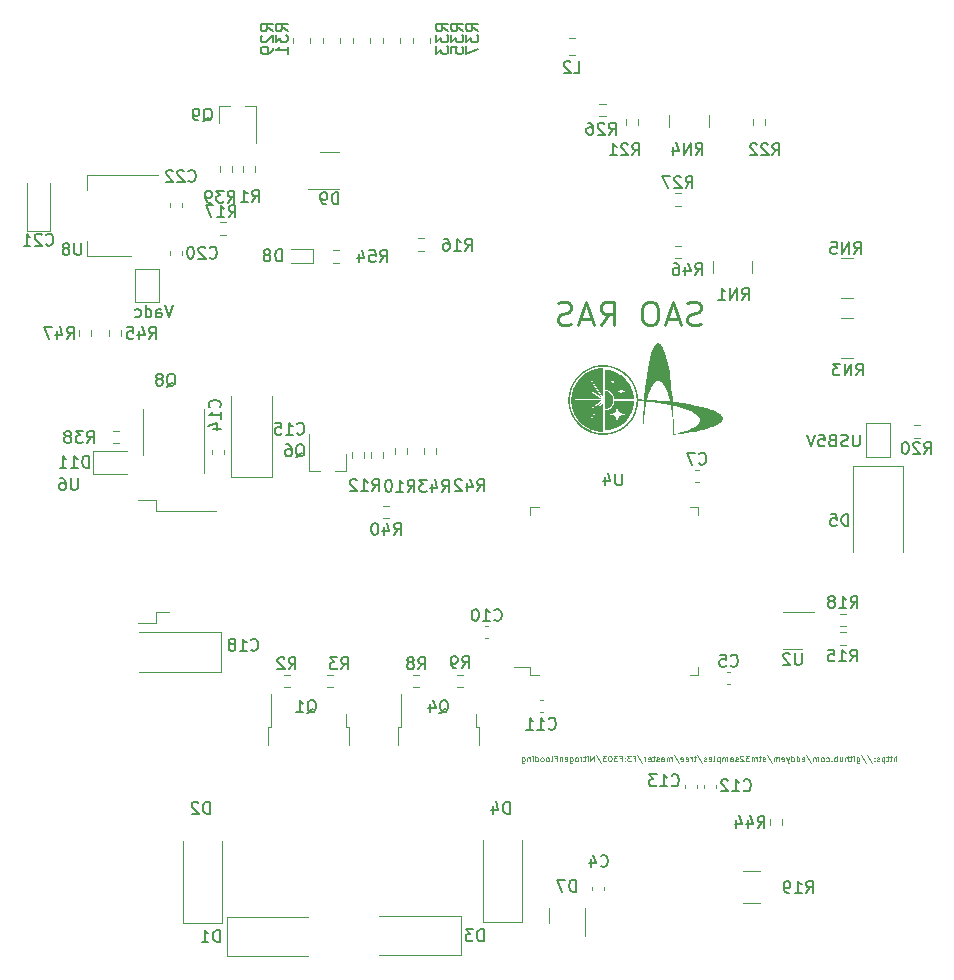
<source format=gbr>
%TF.GenerationSoftware,KiCad,Pcbnew,6.0.10*%
%TF.CreationDate,2023-01-12T12:24:56+03:00*%
%TF.ProjectId,nitrogen,6e697472-6f67-4656-9e2e-6b696361645f,rev?*%
%TF.SameCoordinates,Original*%
%TF.FileFunction,Legend,Bot*%
%TF.FilePolarity,Positive*%
%FSLAX46Y46*%
G04 Gerber Fmt 4.6, Leading zero omitted, Abs format (unit mm)*
G04 Created by KiCad (PCBNEW 6.0.10) date 2023-01-12 12:24:56*
%MOMM*%
%LPD*%
G01*
G04 APERTURE LIST*
%ADD10C,0.250000*%
%ADD11C,0.000000*%
%ADD12C,0.100000*%
%ADD13C,0.150000*%
%ADD14C,0.120000*%
G04 APERTURE END LIST*
D10*
X156720419Y-71421523D02*
X156434704Y-71516761D01*
X155958514Y-71516761D01*
X155768038Y-71421523D01*
X155672800Y-71326285D01*
X155577561Y-71135809D01*
X155577561Y-70945333D01*
X155672800Y-70754857D01*
X155768038Y-70659619D01*
X155958514Y-70564380D01*
X156339466Y-70469142D01*
X156529942Y-70373904D01*
X156625180Y-70278666D01*
X156720419Y-70088190D01*
X156720419Y-69897714D01*
X156625180Y-69707238D01*
X156529942Y-69612000D01*
X156339466Y-69516761D01*
X155863276Y-69516761D01*
X155577561Y-69612000D01*
X154815657Y-70945333D02*
X153863276Y-70945333D01*
X155006133Y-71516761D02*
X154339466Y-69516761D01*
X153672800Y-71516761D01*
X152625180Y-69516761D02*
X152244228Y-69516761D01*
X152053752Y-69612000D01*
X151863276Y-69802476D01*
X151768038Y-70183428D01*
X151768038Y-70850095D01*
X151863276Y-71231047D01*
X152053752Y-71421523D01*
X152244228Y-71516761D01*
X152625180Y-71516761D01*
X152815657Y-71421523D01*
X153006133Y-71231047D01*
X153101371Y-70850095D01*
X153101371Y-70183428D01*
X153006133Y-69802476D01*
X152815657Y-69612000D01*
X152625180Y-69516761D01*
X148244228Y-71516761D02*
X148910895Y-70564380D01*
X149387085Y-71516761D02*
X149387085Y-69516761D01*
X148625180Y-69516761D01*
X148434704Y-69612000D01*
X148339466Y-69707238D01*
X148244228Y-69897714D01*
X148244228Y-70183428D01*
X148339466Y-70373904D01*
X148434704Y-70469142D01*
X148625180Y-70564380D01*
X149387085Y-70564380D01*
X147482323Y-70945333D02*
X146529942Y-70945333D01*
X147672800Y-71516761D02*
X147006133Y-69516761D01*
X146339466Y-71516761D01*
X145768038Y-71421523D02*
X145482323Y-71516761D01*
X145006133Y-71516761D01*
X144815657Y-71421523D01*
X144720419Y-71326285D01*
X144625180Y-71135809D01*
X144625180Y-70945333D01*
X144720419Y-70754857D01*
X144815657Y-70659619D01*
X145006133Y-70564380D01*
X145387085Y-70469142D01*
X145577561Y-70373904D01*
X145672800Y-70278666D01*
X145768038Y-70088190D01*
X145768038Y-69897714D01*
X145672800Y-69707238D01*
X145577561Y-69612000D01*
X145387085Y-69516761D01*
X144910895Y-69516761D01*
X144625180Y-69612000D01*
D11*
G36*
X150994827Y-77218192D02*
G01*
X151019607Y-77330629D01*
X151039382Y-77444754D01*
X151054033Y-77560443D01*
X151063441Y-77677571D01*
X151068379Y-77764354D01*
X149403268Y-77764354D01*
X149394802Y-77704382D01*
X149385891Y-77652797D01*
X149373780Y-77601862D01*
X149358579Y-77551728D01*
X149340397Y-77502549D01*
X149319342Y-77454478D01*
X149295521Y-77407668D01*
X149269045Y-77362272D01*
X149240021Y-77318443D01*
X149208557Y-77276334D01*
X149174764Y-77236097D01*
X149138748Y-77197886D01*
X149100618Y-77161854D01*
X149060484Y-77128153D01*
X149018453Y-77096937D01*
X149007576Y-77089843D01*
X149579657Y-77089843D01*
X149579671Y-77089921D01*
X149579842Y-77090024D01*
X149580644Y-77090298D01*
X149583979Y-77091100D01*
X149589430Y-77092200D01*
X149596767Y-77093547D01*
X149605758Y-77095094D01*
X149616170Y-77096788D01*
X149627773Y-77098583D01*
X149640336Y-77100426D01*
X149684850Y-77107359D01*
X149705245Y-77111088D01*
X149724462Y-77115011D01*
X149742550Y-77119146D01*
X149759559Y-77123507D01*
X149775536Y-77128110D01*
X149790530Y-77132970D01*
X149804590Y-77138103D01*
X149817765Y-77143525D01*
X149830102Y-77149250D01*
X149841650Y-77155294D01*
X149852459Y-77161674D01*
X149862576Y-77168404D01*
X149872050Y-77175499D01*
X149880930Y-77182976D01*
X149889961Y-77191798D01*
X149898545Y-77201364D01*
X149906697Y-77211720D01*
X149914433Y-77222917D01*
X149921767Y-77235003D01*
X149928716Y-77248027D01*
X149935295Y-77262036D01*
X149941519Y-77277080D01*
X149947405Y-77293207D01*
X149952967Y-77310466D01*
X149958220Y-77328905D01*
X149963182Y-77348572D01*
X149967866Y-77369518D01*
X149972289Y-77391789D01*
X149976466Y-77415435D01*
X149980413Y-77440504D01*
X149989585Y-77499771D01*
X149995935Y-77468021D01*
X150013089Y-77380929D01*
X150019847Y-77348958D01*
X150025745Y-77323206D01*
X150031048Y-77302546D01*
X150036020Y-77285855D01*
X150040926Y-77272009D01*
X150046030Y-77259882D01*
X150050006Y-77251379D01*
X150054138Y-77243193D01*
X150058444Y-77235316D01*
X150062938Y-77227739D01*
X150067639Y-77220453D01*
X150072562Y-77213449D01*
X150077722Y-77206718D01*
X150083138Y-77200252D01*
X150088824Y-77194040D01*
X150094797Y-77188075D01*
X150101073Y-77182347D01*
X150107669Y-77176848D01*
X150114601Y-77171569D01*
X150121886Y-77166500D01*
X150129538Y-77161633D01*
X150137576Y-77156959D01*
X150146014Y-77152469D01*
X150154870Y-77148154D01*
X150164159Y-77144005D01*
X150173898Y-77140013D01*
X150184103Y-77136170D01*
X150194791Y-77132466D01*
X150205977Y-77128893D01*
X150217678Y-77125441D01*
X150242691Y-77118866D01*
X150269959Y-77112670D01*
X150299612Y-77106783D01*
X150331780Y-77101132D01*
X150359870Y-77096061D01*
X150381345Y-77091783D01*
X150388941Y-77090108D01*
X150394089Y-77088829D01*
X150396526Y-77088013D01*
X150396680Y-77087889D01*
X150396644Y-77087799D01*
X150395986Y-77087726D01*
X150384762Y-77085952D01*
X150361766Y-77081994D01*
X150330302Y-77076316D01*
X150293680Y-77069382D01*
X150257456Y-77062003D01*
X150224586Y-77054003D01*
X150194869Y-77045160D01*
X150181129Y-77040353D01*
X150168102Y-77035251D01*
X150155762Y-77029826D01*
X150144084Y-77024051D01*
X150133043Y-77017898D01*
X150122614Y-77011339D01*
X150112771Y-77004346D01*
X150103490Y-76996890D01*
X150094745Y-76988945D01*
X150086511Y-76980482D01*
X150078762Y-76971473D01*
X150071475Y-76961891D01*
X150064622Y-76951707D01*
X150058180Y-76940894D01*
X150052123Y-76929423D01*
X150046425Y-76917267D01*
X150041062Y-76904398D01*
X150036009Y-76890788D01*
X150026729Y-76861234D01*
X150018385Y-76828380D01*
X150010775Y-76792004D01*
X150003697Y-76751882D01*
X149990997Y-76674271D01*
X149975475Y-76763171D01*
X149968606Y-76800433D01*
X149961275Y-76836372D01*
X149957704Y-76852523D01*
X149954341Y-76866755D01*
X149951291Y-76878540D01*
X149948663Y-76887349D01*
X149945325Y-76896812D01*
X149941672Y-76906137D01*
X149937720Y-76915301D01*
X149933483Y-76924280D01*
X149928977Y-76933053D01*
X149924218Y-76941597D01*
X149919221Y-76949888D01*
X149914002Y-76957904D01*
X149908577Y-76965623D01*
X149902960Y-76973021D01*
X149897168Y-76980077D01*
X149891215Y-76986766D01*
X149885118Y-76993067D01*
X149878891Y-76998956D01*
X149872551Y-77004411D01*
X149866113Y-77009410D01*
X149858628Y-77014410D01*
X149850219Y-77019351D01*
X149840921Y-77024221D01*
X149830769Y-77029011D01*
X149819799Y-77033710D01*
X149808045Y-77038307D01*
X149795543Y-77042793D01*
X149782328Y-77047157D01*
X149768435Y-77051389D01*
X149753899Y-77055478D01*
X149738756Y-77059414D01*
X149723040Y-77063186D01*
X149706786Y-77066785D01*
X149690030Y-77070201D01*
X149672807Y-77073421D01*
X149655152Y-77076438D01*
X149626489Y-77081013D01*
X149602588Y-77084992D01*
X149586096Y-77088046D01*
X149581454Y-77089122D01*
X149580179Y-77089530D01*
X149579657Y-77089843D01*
X149007576Y-77089843D01*
X148974634Y-77068359D01*
X148929135Y-77042571D01*
X148911160Y-77033291D01*
X148893189Y-77024491D01*
X148875174Y-77016154D01*
X148857069Y-77008263D01*
X148838828Y-77000803D01*
X148820404Y-76993755D01*
X148801750Y-76987105D01*
X148782821Y-76980835D01*
X148763569Y-76974929D01*
X148743947Y-76969370D01*
X148723911Y-76964141D01*
X148703412Y-76959227D01*
X148682405Y-76954611D01*
X148660843Y-76950275D01*
X148615868Y-76942382D01*
X148589763Y-76938149D01*
X148589763Y-76286116D01*
X148984162Y-76286116D01*
X148984266Y-76286706D01*
X148984667Y-76287331D01*
X148985361Y-76287988D01*
X148986343Y-76288676D01*
X148987608Y-76289390D01*
X148989152Y-76290130D01*
X148990971Y-76290892D01*
X148995415Y-76292472D01*
X149000902Y-76294109D01*
X149007397Y-76295784D01*
X149014863Y-76297476D01*
X149023265Y-76299163D01*
X149032566Y-76300826D01*
X149042729Y-76302443D01*
X149057683Y-76305013D01*
X149072105Y-76307951D01*
X149085975Y-76311247D01*
X149099273Y-76314890D01*
X149111980Y-76318867D01*
X149124076Y-76323167D01*
X149135542Y-76327780D01*
X149146358Y-76332694D01*
X149156504Y-76337897D01*
X149165961Y-76343378D01*
X149174708Y-76349125D01*
X149182727Y-76355128D01*
X149189998Y-76361375D01*
X149196501Y-76367855D01*
X149202216Y-76374555D01*
X149207125Y-76381465D01*
X149210663Y-76387712D01*
X149214362Y-76395224D01*
X149218169Y-76403827D01*
X149222029Y-76413348D01*
X149225890Y-76423613D01*
X149229697Y-76434448D01*
X149236934Y-76457136D01*
X149243312Y-76480023D01*
X149246044Y-76491106D01*
X149248400Y-76501718D01*
X149250325Y-76511686D01*
X149251768Y-76520835D01*
X149252672Y-76528991D01*
X149252986Y-76535982D01*
X149253238Y-76543527D01*
X149253719Y-76549773D01*
X149254038Y-76552418D01*
X149254406Y-76554747D01*
X149254820Y-76556764D01*
X149255278Y-76558472D01*
X149255778Y-76559874D01*
X149256317Y-76560973D01*
X149256891Y-76561772D01*
X149257500Y-76562275D01*
X149258139Y-76562484D01*
X149258807Y-76562403D01*
X149259500Y-76562035D01*
X149260217Y-76561382D01*
X149260955Y-76560448D01*
X149261710Y-76559236D01*
X149262481Y-76557750D01*
X149263265Y-76555991D01*
X149264862Y-76551671D01*
X149266479Y-76546301D01*
X149268096Y-76539905D01*
X149269692Y-76532509D01*
X149271247Y-76524138D01*
X149272740Y-76514815D01*
X149275944Y-76495965D01*
X149279483Y-76478281D01*
X149283380Y-76461721D01*
X149287656Y-76446244D01*
X149292334Y-76431809D01*
X149297434Y-76418375D01*
X149302978Y-76405899D01*
X149308988Y-76394342D01*
X149315487Y-76383661D01*
X149322495Y-76373815D01*
X149330034Y-76364762D01*
X149338126Y-76356462D01*
X149346792Y-76348873D01*
X149356055Y-76341954D01*
X149365937Y-76335664D01*
X149376457Y-76329960D01*
X149381817Y-76327611D01*
X149388510Y-76325091D01*
X149405143Y-76319718D01*
X149424851Y-76314197D01*
X149446131Y-76308882D01*
X149467477Y-76304129D01*
X149487384Y-76300294D01*
X149504348Y-76297732D01*
X149511256Y-76297040D01*
X149516863Y-76296799D01*
X149519956Y-76296762D01*
X149522757Y-76296655D01*
X149525269Y-76296481D01*
X149527499Y-76296244D01*
X149529450Y-76295947D01*
X149531129Y-76295594D01*
X149532539Y-76295190D01*
X149533686Y-76294737D01*
X149534575Y-76294240D01*
X149535210Y-76293703D01*
X149535596Y-76293128D01*
X149535739Y-76292520D01*
X149535643Y-76291883D01*
X149535314Y-76291220D01*
X149534755Y-76290535D01*
X149533973Y-76289832D01*
X149532971Y-76289114D01*
X149531755Y-76288386D01*
X149530330Y-76287650D01*
X149528700Y-76286912D01*
X149526871Y-76286173D01*
X149524848Y-76285440D01*
X149520236Y-76284000D01*
X149514906Y-76282622D01*
X149508895Y-76281336D01*
X149502244Y-76280172D01*
X149494991Y-76279160D01*
X149468333Y-76275340D01*
X149443856Y-76270696D01*
X149421455Y-76265130D01*
X149411002Y-76261971D01*
X149401030Y-76258544D01*
X149391526Y-76254839D01*
X149382478Y-76250843D01*
X149373872Y-76246543D01*
X149365696Y-76241928D01*
X149357937Y-76236985D01*
X149350582Y-76231703D01*
X149343619Y-76226068D01*
X149337034Y-76220069D01*
X149330815Y-76213695D01*
X149324950Y-76206932D01*
X149319424Y-76199768D01*
X149314226Y-76192192D01*
X149309343Y-76184191D01*
X149304762Y-76175753D01*
X149300470Y-76166866D01*
X149296454Y-76157518D01*
X149292701Y-76147696D01*
X149289200Y-76137389D01*
X149282898Y-76115270D01*
X149277446Y-76091063D01*
X149272740Y-76064671D01*
X149270951Y-76053411D01*
X149269275Y-76043717D01*
X149267691Y-76035597D01*
X149266181Y-76029062D01*
X149264725Y-76024124D01*
X149264011Y-76022256D01*
X149263303Y-76020792D01*
X149262598Y-76019731D01*
X149261895Y-76019076D01*
X149261190Y-76018827D01*
X149260482Y-76018986D01*
X149259767Y-76019555D01*
X149259044Y-76020534D01*
X149258310Y-76021925D01*
X149257562Y-76023729D01*
X149256015Y-76028583D01*
X149254385Y-76035104D01*
X149252652Y-76043303D01*
X149250795Y-76053192D01*
X149246635Y-76078077D01*
X149244173Y-76092285D01*
X149241292Y-76106055D01*
X149238005Y-76119359D01*
X149234321Y-76132173D01*
X149230253Y-76144470D01*
X149225812Y-76156224D01*
X149221009Y-76167409D01*
X149215855Y-76178001D01*
X149210363Y-76187972D01*
X149204543Y-76197298D01*
X149198407Y-76205951D01*
X149191965Y-76213907D01*
X149185231Y-76221140D01*
X149178214Y-76227623D01*
X149170926Y-76233331D01*
X149163379Y-76238238D01*
X149156635Y-76241876D01*
X149148685Y-76245617D01*
X149139696Y-76249414D01*
X149129832Y-76253220D01*
X149119262Y-76256988D01*
X149108152Y-76260673D01*
X149084975Y-76267606D01*
X149061632Y-76273646D01*
X149050315Y-76276215D01*
X149039455Y-76278421D01*
X149029220Y-76280218D01*
X149019775Y-76281559D01*
X149011288Y-76282398D01*
X149003924Y-76282688D01*
X148997345Y-76282816D01*
X148994571Y-76282974D01*
X148992135Y-76283189D01*
X148990032Y-76283461D01*
X148988258Y-76283785D01*
X148986809Y-76284160D01*
X148985679Y-76284584D01*
X148984864Y-76285053D01*
X148984360Y-76285564D01*
X148984162Y-76286116D01*
X148589763Y-76286116D01*
X148589763Y-75252577D01*
X148640563Y-75253282D01*
X148652096Y-75253672D01*
X148665224Y-75254285D01*
X148694450Y-75256016D01*
X148724601Y-75258144D01*
X148752041Y-75260338D01*
X148868653Y-75275003D01*
X148983591Y-75294840D01*
X149096737Y-75319724D01*
X149207972Y-75349531D01*
X149317176Y-75384136D01*
X149424231Y-75423414D01*
X149529018Y-75467242D01*
X149631417Y-75515495D01*
X149731310Y-75568048D01*
X149828577Y-75624778D01*
X149923101Y-75685559D01*
X150014761Y-75750267D01*
X150103439Y-75818779D01*
X150189015Y-75890968D01*
X150271372Y-75966712D01*
X150350389Y-76045885D01*
X150425948Y-76128364D01*
X150497930Y-76214023D01*
X150558350Y-76292520D01*
X150566216Y-76302739D01*
X150630686Y-76394387D01*
X150691223Y-76488843D01*
X150747706Y-76585981D01*
X150800017Y-76685678D01*
X150848037Y-76787810D01*
X150891647Y-76892252D01*
X150930728Y-76998879D01*
X150958927Y-77087889D01*
X150965161Y-77107567D01*
X150994827Y-77218192D01*
G37*
G36*
X148595607Y-77031339D02*
G01*
X148596982Y-77031504D01*
X148601041Y-77032131D01*
X148613664Y-77034369D01*
X148630917Y-77037533D01*
X148651146Y-77041160D01*
X148682206Y-77047475D01*
X148712925Y-77055033D01*
X148743279Y-77063820D01*
X148773240Y-77073825D01*
X148802785Y-77085032D01*
X148831886Y-77097429D01*
X148860517Y-77111002D01*
X148888654Y-77125738D01*
X148916270Y-77141624D01*
X148943339Y-77158645D01*
X148969835Y-77176788D01*
X148995733Y-77196040D01*
X149021007Y-77216388D01*
X149045630Y-77237818D01*
X149069578Y-77260317D01*
X149092824Y-77283871D01*
X149109824Y-77302202D01*
X149126163Y-77320947D01*
X149141843Y-77340108D01*
X149156865Y-77359685D01*
X149171229Y-77379680D01*
X149184937Y-77400093D01*
X149197989Y-77420926D01*
X149210388Y-77442180D01*
X149222133Y-77463855D01*
X149233226Y-77485953D01*
X149243668Y-77508475D01*
X149253459Y-77531422D01*
X149262602Y-77554794D01*
X149271097Y-77578593D01*
X149278944Y-77602820D01*
X149286146Y-77627476D01*
X149292260Y-77649752D01*
X149294776Y-77659696D01*
X149296961Y-77669159D01*
X149298835Y-77678379D01*
X149300421Y-77687591D01*
X149301740Y-77697032D01*
X149302815Y-77706940D01*
X149303666Y-77717550D01*
X149304316Y-77729100D01*
X149304785Y-77741826D01*
X149305097Y-77755965D01*
X149305333Y-77789428D01*
X149305196Y-77831382D01*
X149305101Y-77872759D01*
X149304700Y-77906017D01*
X149303820Y-77932957D01*
X149302286Y-77955384D01*
X149301220Y-77965467D01*
X149299925Y-77975098D01*
X149296564Y-77993903D01*
X149292029Y-78013600D01*
X149286146Y-78035994D01*
X149270253Y-78087564D01*
X149250979Y-78137673D01*
X149228463Y-78186183D01*
X149202847Y-78232954D01*
X149174270Y-78277848D01*
X149142875Y-78320726D01*
X149108800Y-78361451D01*
X149072187Y-78399884D01*
X149033176Y-78435885D01*
X148991908Y-78469317D01*
X148948523Y-78500042D01*
X148903162Y-78527920D01*
X148855965Y-78552813D01*
X148807074Y-78574583D01*
X148756628Y-78593091D01*
X148704768Y-78608199D01*
X148690642Y-78611560D01*
X148676557Y-78614714D01*
X148662886Y-78617587D01*
X148650000Y-78620105D01*
X148638271Y-78622193D01*
X148628073Y-78623776D01*
X148619776Y-78624781D01*
X148613752Y-78625132D01*
X148589763Y-78625132D01*
X148589763Y-77827854D01*
X148591174Y-77264733D01*
X148592739Y-77093735D01*
X148594702Y-77031282D01*
X148595607Y-77031339D01*
G37*
G36*
X150646971Y-79229763D02*
G01*
X150580587Y-79326388D01*
X150509854Y-79420004D01*
X150434879Y-79510428D01*
X150355770Y-79597479D01*
X150272634Y-79680974D01*
X150185579Y-79760732D01*
X150094712Y-79836571D01*
X150016586Y-79896440D01*
X149936295Y-79953240D01*
X149853988Y-80006913D01*
X149769815Y-80057399D01*
X149683927Y-80104640D01*
X149596474Y-80148577D01*
X149507604Y-80189151D01*
X149417468Y-80226302D01*
X149326216Y-80259973D01*
X149233997Y-80290104D01*
X149140962Y-80316636D01*
X149047261Y-80339511D01*
X148953042Y-80358669D01*
X148858457Y-80374051D01*
X148763655Y-80385599D01*
X148668785Y-80393254D01*
X148589763Y-80398194D01*
X148589763Y-79036419D01*
X148907113Y-79036419D01*
X148907207Y-79036667D01*
X148907734Y-79037205D01*
X148908710Y-79037798D01*
X148910135Y-79038447D01*
X148912008Y-79039150D01*
X148914330Y-79039908D01*
X148920316Y-79041586D01*
X148928087Y-79043479D01*
X148937640Y-79045585D01*
X148948971Y-79047902D01*
X148962076Y-79050428D01*
X148976950Y-79053160D01*
X148993589Y-79056097D01*
X149011989Y-79059237D01*
X149032146Y-79062577D01*
X149119695Y-79078089D01*
X149158590Y-79085885D01*
X149194502Y-79093809D01*
X149227631Y-79101934D01*
X149258179Y-79110338D01*
X149286349Y-79119095D01*
X149312340Y-79128282D01*
X149336356Y-79137972D01*
X149358597Y-79148243D01*
X149379265Y-79159168D01*
X149398562Y-79170824D01*
X149416688Y-79183287D01*
X149433846Y-79196631D01*
X149450237Y-79210932D01*
X149466063Y-79226266D01*
X149479798Y-79240942D01*
X149492728Y-79256492D01*
X149504911Y-79273063D01*
X149516400Y-79290802D01*
X149527254Y-79309856D01*
X149537526Y-79330371D01*
X149547273Y-79352494D01*
X149556551Y-79376373D01*
X149565416Y-79402153D01*
X149573923Y-79429981D01*
X149582128Y-79460005D01*
X149590087Y-79492370D01*
X149597856Y-79527225D01*
X149605490Y-79564714D01*
X149613046Y-79604987D01*
X149620580Y-79648188D01*
X149636454Y-79740968D01*
X149641614Y-79769631D01*
X149643863Y-79780832D01*
X149644004Y-79780818D01*
X149644160Y-79780647D01*
X149644521Y-79779847D01*
X149644941Y-79778462D01*
X149645417Y-79776522D01*
X149646530Y-79771096D01*
X149647832Y-79763811D01*
X149649299Y-79754904D01*
X149650908Y-79744617D01*
X149654447Y-79720860D01*
X149660593Y-79677851D01*
X149667764Y-79633702D01*
X149675729Y-79589519D01*
X149684256Y-79546411D01*
X149693114Y-79505486D01*
X149702071Y-79467852D01*
X149710896Y-79434617D01*
X149719357Y-79406888D01*
X149725945Y-79387487D01*
X149732897Y-79368829D01*
X149740240Y-79350895D01*
X149748004Y-79333666D01*
X149756216Y-79317123D01*
X149764905Y-79301249D01*
X149774099Y-79286025D01*
X149783827Y-79271432D01*
X149794118Y-79257452D01*
X149804999Y-79244067D01*
X149816499Y-79231257D01*
X149828647Y-79219005D01*
X149841470Y-79207292D01*
X149854998Y-79196099D01*
X149869259Y-79185408D01*
X149884281Y-79175201D01*
X149900092Y-79165459D01*
X149916722Y-79156164D01*
X149934198Y-79147297D01*
X149952549Y-79138839D01*
X149971803Y-79130773D01*
X149991989Y-79123079D01*
X150013135Y-79115739D01*
X150035270Y-79108736D01*
X150082619Y-79095662D01*
X150134263Y-79083709D01*
X150190429Y-79072730D01*
X150251346Y-79062577D01*
X150299295Y-79055352D01*
X150333841Y-79049755D01*
X150346199Y-79047416D01*
X150355340Y-79045300D01*
X150361308Y-79043348D01*
X150363116Y-79042414D01*
X150364147Y-79041498D01*
X150364407Y-79040592D01*
X150363902Y-79039690D01*
X150362637Y-79038782D01*
X150360618Y-79037861D01*
X150354338Y-79035953D01*
X150345108Y-79033902D01*
X150317973Y-79029133D01*
X150279569Y-79023066D01*
X150206551Y-79010764D01*
X150141115Y-78998073D01*
X150082706Y-78984804D01*
X150030772Y-78970766D01*
X150007060Y-78963399D01*
X149984758Y-78955769D01*
X149963798Y-78947851D01*
X149944110Y-78939623D01*
X149925625Y-78931059D01*
X149908274Y-78922137D01*
X149891988Y-78912832D01*
X149876697Y-78903121D01*
X149866333Y-78895929D01*
X149856273Y-78888366D01*
X149846510Y-78880414D01*
X149837035Y-78872059D01*
X149827844Y-78863283D01*
X149818928Y-78854071D01*
X149810281Y-78844407D01*
X149801897Y-78834274D01*
X149793767Y-78823657D01*
X149785887Y-78812538D01*
X149778247Y-78800903D01*
X149770843Y-78788734D01*
X149763666Y-78776016D01*
X149756710Y-78762733D01*
X149749969Y-78748868D01*
X149743435Y-78734405D01*
X149730961Y-78703621D01*
X149719235Y-78670253D01*
X149708201Y-78634171D01*
X149697805Y-78595245D01*
X149687992Y-78553347D01*
X149678707Y-78508347D01*
X149669896Y-78460117D01*
X149661503Y-78408526D01*
X149655273Y-78366888D01*
X149649772Y-78333120D01*
X149645726Y-78310598D01*
X149644477Y-78304607D01*
X149643863Y-78302693D01*
X149643216Y-78305325D01*
X149641857Y-78312373D01*
X149637337Y-78337795D01*
X149630965Y-78375123D01*
X149623402Y-78420521D01*
X149609914Y-78498290D01*
X149595599Y-78568404D01*
X149579994Y-78631345D01*
X149562636Y-78687596D01*
X149553155Y-78713363D01*
X149543062Y-78737637D01*
X149532300Y-78760480D01*
X149520810Y-78781950D01*
X149508534Y-78802109D01*
X149495415Y-78821017D01*
X149481395Y-78838734D01*
X149466416Y-78855320D01*
X149450419Y-78870835D01*
X149433348Y-78885339D01*
X149415144Y-78898893D01*
X149395750Y-78911558D01*
X149375107Y-78923392D01*
X149353157Y-78934456D01*
X149329844Y-78944811D01*
X149305108Y-78954516D01*
X149251138Y-78972220D01*
X149190786Y-78988050D01*
X149123587Y-79002486D01*
X149049079Y-79016010D01*
X149005831Y-79023043D01*
X148967676Y-79028886D01*
X148938649Y-79032877D01*
X148928819Y-79033971D01*
X148922785Y-79034354D01*
X148916153Y-79034470D01*
X148913518Y-79034613D01*
X148911336Y-79034814D01*
X148909607Y-79035072D01*
X148908330Y-79035387D01*
X148907505Y-79035757D01*
X148907261Y-79035964D01*
X148907131Y-79036184D01*
X148907113Y-79036419D01*
X148589763Y-79036419D01*
X148589763Y-78723910D01*
X148605285Y-78721088D01*
X148609607Y-78720168D01*
X148615516Y-78719026D01*
X148631038Y-78716237D01*
X148649735Y-78713051D01*
X148669490Y-78709799D01*
X148725770Y-78698634D01*
X148781230Y-78683250D01*
X148835660Y-78663826D01*
X148888852Y-78640544D01*
X148940597Y-78613582D01*
X148990686Y-78583121D01*
X149038911Y-78549340D01*
X149085063Y-78512420D01*
X149128932Y-78472539D01*
X149170311Y-78429878D01*
X149208990Y-78384617D01*
X149244761Y-78336935D01*
X149277415Y-78287012D01*
X149306743Y-78235029D01*
X149332536Y-78181164D01*
X149354585Y-78125599D01*
X149362461Y-78101274D01*
X149370493Y-78072814D01*
X149378311Y-78041908D01*
X149385542Y-78010240D01*
X149391813Y-77979499D01*
X149396753Y-77951371D01*
X149399991Y-77927542D01*
X149400854Y-77917766D01*
X149401152Y-77909699D01*
X149401152Y-77884299D01*
X151066263Y-77884299D01*
X151066263Y-77918165D01*
X151065384Y-77945128D01*
X151062934Y-77981864D01*
X151059194Y-78025644D01*
X151054445Y-78073740D01*
X151048969Y-78123424D01*
X151043046Y-78171967D01*
X151036958Y-78216640D01*
X151030986Y-78254715D01*
X151008580Y-78370242D01*
X150980858Y-78484396D01*
X150947927Y-78596995D01*
X150909894Y-78707858D01*
X150866868Y-78816803D01*
X150818955Y-78923648D01*
X150766263Y-79028211D01*
X150759306Y-79040592D01*
X150708899Y-79130310D01*
X150646971Y-79229763D01*
G37*
G36*
X148354812Y-80525899D02*
G01*
X148233848Y-80517258D01*
X148114896Y-80504036D01*
X147997954Y-80486231D01*
X147883017Y-80463843D01*
X147770080Y-80436870D01*
X147659141Y-80405311D01*
X147550194Y-80369165D01*
X147443235Y-80328431D01*
X147338261Y-80283109D01*
X147235268Y-80233196D01*
X147134250Y-80178693D01*
X147035204Y-80119598D01*
X146938126Y-80055910D01*
X146843012Y-79987627D01*
X146749857Y-79914750D01*
X146658658Y-79837276D01*
X146580169Y-79764705D01*
X146569549Y-79754021D01*
X147051652Y-79754021D01*
X147136319Y-79754021D01*
X147136319Y-77997188D01*
X147051652Y-77997188D01*
X147051652Y-79754021D01*
X146569549Y-79754021D01*
X146504586Y-79688670D01*
X146432019Y-79609363D01*
X146362578Y-79526975D01*
X146296374Y-79441698D01*
X146233518Y-79353722D01*
X146174119Y-79263238D01*
X146118290Y-79170438D01*
X146066140Y-79075514D01*
X146017780Y-78978655D01*
X145973321Y-78880055D01*
X145932873Y-78779902D01*
X145896546Y-78678390D01*
X145864452Y-78575709D01*
X145836700Y-78472050D01*
X145813403Y-78367604D01*
X145800425Y-78300623D01*
X145789887Y-78240670D01*
X145781516Y-78184918D01*
X145775037Y-78130538D01*
X145770180Y-78074702D01*
X145766670Y-78014584D01*
X145764235Y-77947355D01*
X145762602Y-77870188D01*
X145761829Y-77794395D01*
X145762238Y-77726078D01*
X145763954Y-77663316D01*
X145765335Y-77637354D01*
X147051652Y-77637354D01*
X147136319Y-77637354D01*
X147136319Y-76763877D01*
X147134908Y-76145281D01*
X147133342Y-75956038D01*
X147131380Y-75885460D01*
X147131132Y-75885198D01*
X147130788Y-75884939D01*
X147130350Y-75884686D01*
X147129821Y-75884437D01*
X147128501Y-75883956D01*
X147126849Y-75883498D01*
X147124887Y-75883064D01*
X147122636Y-75882657D01*
X147120119Y-75882279D01*
X147117357Y-75881932D01*
X147114371Y-75881618D01*
X147111184Y-75881340D01*
X147107818Y-75881098D01*
X147104293Y-75880896D01*
X147100631Y-75880735D01*
X147096855Y-75880618D01*
X147092986Y-75880546D01*
X147089046Y-75880521D01*
X147051652Y-75880521D01*
X147051652Y-77637354D01*
X145765335Y-77637354D01*
X145767100Y-77604193D01*
X145771800Y-77546789D01*
X145778179Y-77489188D01*
X145786361Y-77429469D01*
X145796469Y-77365716D01*
X145828131Y-77207895D01*
X145869221Y-77052971D01*
X145919460Y-76901311D01*
X145978568Y-76753282D01*
X146046268Y-76609251D01*
X146122278Y-76469584D01*
X146206322Y-76334649D01*
X146298119Y-76204812D01*
X146397390Y-76080440D01*
X146503857Y-75961901D01*
X146617240Y-75849561D01*
X146737261Y-75743787D01*
X146863640Y-75644945D01*
X146996098Y-75553404D01*
X147134356Y-75469529D01*
X147278135Y-75393688D01*
X147341463Y-75363670D01*
X147404784Y-75335511D01*
X147468206Y-75309186D01*
X147531838Y-75284668D01*
X147595788Y-75261932D01*
X147660165Y-75240953D01*
X147725077Y-75221703D01*
X147790633Y-75204158D01*
X147856941Y-75188291D01*
X147924111Y-75174076D01*
X147992250Y-75161489D01*
X148061467Y-75150502D01*
X148131870Y-75141091D01*
X148203569Y-75133229D01*
X148276671Y-75126890D01*
X148351285Y-75122049D01*
X148434541Y-75117110D01*
X148434541Y-76350421D01*
X148432777Y-77357249D01*
X148429778Y-77531719D01*
X148427519Y-77564095D01*
X148424664Y-77570327D01*
X147940652Y-76818910D01*
X147463697Y-76078782D01*
X147463565Y-76078769D01*
X147463433Y-76078989D01*
X147463170Y-76080112D01*
X147462912Y-76082104D01*
X147462660Y-76084922D01*
X147462184Y-76092859D01*
X147461756Y-76103565D01*
X147461395Y-76116685D01*
X147461117Y-76131864D01*
X147460938Y-76148746D01*
X147460874Y-76166977D01*
X147460874Y-76257993D01*
X147884913Y-76916276D01*
X148183363Y-77382208D01*
X148306130Y-77576677D01*
X148297613Y-77571860D01*
X148273718Y-77557064D01*
X148186538Y-77501799D01*
X148058083Y-77419415D01*
X147901846Y-77318443D01*
X147612039Y-77131647D01*
X147479924Y-77047510D01*
X147460874Y-77036926D01*
X147460874Y-77154049D01*
X147926541Y-77453910D01*
X148210988Y-77637354D01*
X148391502Y-77753771D01*
X147225925Y-77757299D01*
X146060346Y-77760827D01*
X146060346Y-77859604D01*
X147228747Y-77863132D01*
X148397146Y-77866660D01*
X147931480Y-78166521D01*
X147602338Y-78380657D01*
X147501466Y-78447508D01*
X147473726Y-78466481D01*
X147463697Y-78474143D01*
X147463317Y-78475196D01*
X147462971Y-78476750D01*
X147462660Y-78478775D01*
X147462385Y-78481243D01*
X147462147Y-78484124D01*
X147461948Y-78487389D01*
X147461668Y-78494957D01*
X147461554Y-78503716D01*
X147461613Y-78513434D01*
X147461854Y-78523879D01*
X147462286Y-78534820D01*
X147464402Y-78587737D01*
X147877153Y-78320332D01*
X148302602Y-78045871D01*
X148303218Y-78045540D01*
X148303744Y-78045340D01*
X148304181Y-78045267D01*
X148304530Y-78045321D01*
X148304671Y-78045395D01*
X148304791Y-78045500D01*
X148304966Y-78045801D01*
X148305055Y-78046223D01*
X148305060Y-78046764D01*
X148304981Y-78047422D01*
X148304820Y-78048194D01*
X148304576Y-78049079D01*
X148304251Y-78050075D01*
X148303363Y-78052393D01*
X148302161Y-78055131D01*
X148300653Y-78058275D01*
X148298847Y-78061808D01*
X148296749Y-78065715D01*
X148294367Y-78069981D01*
X148291708Y-78074590D01*
X148288779Y-78079527D01*
X148285588Y-78084776D01*
X148282142Y-78090321D01*
X147854573Y-78754249D01*
X147460169Y-79366671D01*
X147462286Y-79455571D01*
X147464402Y-79545177D01*
X147947002Y-78795876D01*
X148288315Y-78266710D01*
X148431718Y-78046576D01*
X148433659Y-78411349D01*
X148434541Y-79288354D01*
X148434541Y-80530132D01*
X148354812Y-80525899D01*
G37*
G36*
X158522252Y-79600885D02*
G01*
X158494178Y-79636905D01*
X158461873Y-79672713D01*
X158425359Y-79708300D01*
X158384658Y-79743658D01*
X158339794Y-79778778D01*
X158290788Y-79813651D01*
X158237664Y-79848270D01*
X158180444Y-79882624D01*
X158053806Y-79950506D01*
X157911055Y-80017228D01*
X157752372Y-80082722D01*
X157577939Y-80146917D01*
X157387935Y-80209745D01*
X157182542Y-80271137D01*
X156961941Y-80331022D01*
X156726312Y-80389333D01*
X156475836Y-80445999D01*
X156210695Y-80500951D01*
X155931069Y-80554121D01*
X155522497Y-80622979D01*
X155060678Y-80693292D01*
X154662755Y-80747995D01*
X154524363Y-80764159D01*
X154445874Y-80770021D01*
X154410596Y-80770021D01*
X154410596Y-80707932D01*
X154408381Y-80585728D01*
X154402923Y-80399163D01*
X154396011Y-80200825D01*
X154389430Y-80043299D01*
X154376666Y-79826644D01*
X154360744Y-79608765D01*
X154341879Y-79391680D01*
X154320285Y-79177406D01*
X154296178Y-78967961D01*
X154269772Y-78765361D01*
X154241283Y-78571626D01*
X154210925Y-78388771D01*
X154200904Y-78332406D01*
X154369348Y-78332406D01*
X154369361Y-78339233D01*
X154369619Y-78354463D01*
X154370191Y-78371545D01*
X154371085Y-78390182D01*
X154385902Y-78667466D01*
X154407774Y-79143175D01*
X154427001Y-79684965D01*
X154440671Y-80199899D01*
X154445874Y-80595043D01*
X154446359Y-80649316D01*
X154447638Y-80693733D01*
X154448492Y-80710819D01*
X154449446Y-80723730D01*
X154450466Y-80731895D01*
X154450990Y-80734020D01*
X154451519Y-80734744D01*
X154456890Y-80733687D01*
X154470282Y-80730653D01*
X154517488Y-80719486D01*
X154585861Y-80702894D01*
X154668124Y-80682532D01*
X154866388Y-80631490D01*
X155052630Y-80579786D01*
X155227594Y-80527156D01*
X155392024Y-80473335D01*
X155546665Y-80418059D01*
X155692260Y-80361064D01*
X155829554Y-80302083D01*
X155959291Y-80240854D01*
X156022133Y-80209087D01*
X156081588Y-80177514D01*
X156137725Y-80146082D01*
X156190614Y-80114736D01*
X156240324Y-80083424D01*
X156286924Y-80052091D01*
X156330483Y-80020683D01*
X156371071Y-79989148D01*
X156408756Y-79957430D01*
X156443609Y-79925477D01*
X156475698Y-79893234D01*
X156505093Y-79860648D01*
X156531863Y-79827665D01*
X156556077Y-79794232D01*
X156577804Y-79760295D01*
X156597113Y-79725799D01*
X156604442Y-79711413D01*
X156611097Y-79697561D01*
X156617100Y-79684150D01*
X156622469Y-79671085D01*
X156627227Y-79658272D01*
X156631393Y-79645618D01*
X156634989Y-79633027D01*
X156638035Y-79620406D01*
X156640552Y-79607662D01*
X156642561Y-79594699D01*
X156644081Y-79581424D01*
X156645135Y-79567743D01*
X156645742Y-79553562D01*
X156645923Y-79538786D01*
X156645699Y-79523323D01*
X156645091Y-79507076D01*
X156644259Y-79491170D01*
X156643066Y-79475931D01*
X156641483Y-79461270D01*
X156639479Y-79447093D01*
X156637025Y-79433309D01*
X156634090Y-79419826D01*
X156630644Y-79406552D01*
X156626658Y-79393394D01*
X156622102Y-79380261D01*
X156616944Y-79367061D01*
X156611157Y-79353702D01*
X156604709Y-79340091D01*
X156597570Y-79326138D01*
X156589712Y-79311749D01*
X156581103Y-79296834D01*
X156571713Y-79281299D01*
X156563148Y-79268492D01*
X156552666Y-79254288D01*
X156540469Y-79238891D01*
X156526756Y-79222506D01*
X156511729Y-79205341D01*
X156495588Y-79187599D01*
X156478533Y-79169488D01*
X156460765Y-79151212D01*
X156442484Y-79132978D01*
X156423891Y-79114990D01*
X156405187Y-79097456D01*
X156386571Y-79080579D01*
X156368245Y-79064567D01*
X156350408Y-79049625D01*
X156333262Y-79035957D01*
X156317007Y-79023771D01*
X156250905Y-78977941D01*
X156179872Y-78932793D01*
X156103921Y-78888331D01*
X156023066Y-78844560D01*
X155937321Y-78801483D01*
X155846698Y-78759105D01*
X155751212Y-78717430D01*
X155650875Y-78676461D01*
X155545701Y-78636204D01*
X155435704Y-78596662D01*
X155320897Y-78557839D01*
X155201293Y-78519740D01*
X155076906Y-78482368D01*
X154947749Y-78445728D01*
X154813836Y-78409824D01*
X154675180Y-78374660D01*
X154412978Y-78310190D01*
X154380401Y-78302528D01*
X154372497Y-78301282D01*
X154372174Y-78301329D01*
X154371868Y-78301598D01*
X154371579Y-78302086D01*
X154371307Y-78302787D01*
X154370814Y-78304811D01*
X154370391Y-78307632D01*
X154370038Y-78311214D01*
X154369756Y-78315520D01*
X154369546Y-78320512D01*
X154369410Y-78326153D01*
X154369348Y-78332406D01*
X154200904Y-78332406D01*
X154188346Y-78261771D01*
X154054291Y-78235665D01*
X153794768Y-78187831D01*
X153520626Y-78141385D01*
X153237621Y-78097454D01*
X152951507Y-78057160D01*
X152730658Y-78029732D01*
X152461058Y-77998599D01*
X152232073Y-77973816D01*
X152160736Y-77966948D01*
X152133063Y-77965438D01*
X152132224Y-77968486D01*
X152130318Y-77976727D01*
X152123803Y-78006536D01*
X152114509Y-78050369D01*
X152103430Y-78103727D01*
X152061506Y-78321228D01*
X152023096Y-78547278D01*
X151988274Y-78781167D01*
X151957115Y-79022183D01*
X151929694Y-79269616D01*
X151906084Y-79522753D01*
X151886360Y-79780884D01*
X151870597Y-80043299D01*
X151864015Y-80198201D01*
X151857103Y-80397752D01*
X151851646Y-80587117D01*
X151849430Y-80711460D01*
X151849395Y-80730587D01*
X151849154Y-80745018D01*
X151848892Y-80750679D01*
X151848500Y-80755414D01*
X151847953Y-80759306D01*
X151847225Y-80762436D01*
X151846291Y-80764889D01*
X151845738Y-80765887D01*
X151845124Y-80766747D01*
X151844445Y-80767478D01*
X151843698Y-80768092D01*
X151842880Y-80768598D01*
X151841989Y-80769007D01*
X151839969Y-80769575D01*
X151837613Y-80769878D01*
X151831791Y-80770021D01*
X151814152Y-80770021D01*
X151814152Y-80619737D01*
X151817437Y-80328597D01*
X151826147Y-79941081D01*
X151838560Y-79517715D01*
X151852958Y-79119021D01*
X151887089Y-78435779D01*
X151904650Y-78136259D01*
X151916457Y-77975316D01*
X151919985Y-77943566D01*
X151717491Y-77928043D01*
X151464197Y-77907582D01*
X151414101Y-77904054D01*
X151409163Y-77997893D01*
X151401548Y-78104447D01*
X151389850Y-78210761D01*
X151374119Y-78316695D01*
X151354405Y-78422108D01*
X151330761Y-78526860D01*
X151303235Y-78630810D01*
X151271879Y-78733817D01*
X151236743Y-78835740D01*
X151197878Y-78936441D01*
X151155335Y-79035776D01*
X151109165Y-79133607D01*
X151059417Y-79229793D01*
X151006143Y-79324193D01*
X150949393Y-79416666D01*
X150889218Y-79507072D01*
X150825669Y-79595271D01*
X150737750Y-79706993D01*
X150644806Y-79813993D01*
X150547067Y-79916132D01*
X150444768Y-80013268D01*
X150338140Y-80105262D01*
X150227417Y-80191972D01*
X150112830Y-80273259D01*
X149994613Y-80348980D01*
X149872997Y-80418997D01*
X149748215Y-80483168D01*
X149620500Y-80541353D01*
X149490085Y-80593412D01*
X149357202Y-80639202D01*
X149222083Y-80678586D01*
X149084961Y-80711420D01*
X148946069Y-80737566D01*
X148881175Y-80747551D01*
X148822739Y-80755403D01*
X148767165Y-80761303D01*
X148710854Y-80765435D01*
X148650210Y-80767979D01*
X148581638Y-80769117D01*
X148501540Y-80769031D01*
X148406319Y-80767904D01*
X148271965Y-80765633D01*
X148221213Y-80764208D01*
X148178688Y-80762436D01*
X148142348Y-80760201D01*
X148110150Y-80757387D01*
X148080053Y-80753879D01*
X148050013Y-80749560D01*
X147947680Y-80732546D01*
X147847272Y-80712703D01*
X147748709Y-80689995D01*
X147651914Y-80664386D01*
X147556810Y-80635843D01*
X147463320Y-80604329D01*
X147371365Y-80569809D01*
X147280869Y-80532249D01*
X147191754Y-80491613D01*
X147103942Y-80447866D01*
X147017355Y-80400973D01*
X146931917Y-80350899D01*
X146847550Y-80297608D01*
X146764176Y-80241066D01*
X146681717Y-80181238D01*
X146600097Y-80118088D01*
X146577014Y-80099206D01*
X146551661Y-80077463D01*
X146495586Y-80026850D01*
X146434748Y-79969160D01*
X146372026Y-79907303D01*
X146310295Y-79844189D01*
X146252434Y-79782728D01*
X146201320Y-79725832D01*
X146159830Y-79676410D01*
X146127993Y-79635095D01*
X146092725Y-79587190D01*
X146055488Y-79534837D01*
X146017748Y-79480177D01*
X145980967Y-79425352D01*
X145946608Y-79372503D01*
X145916136Y-79323771D01*
X145891014Y-79281299D01*
X145854686Y-79215254D01*
X145820062Y-79148131D01*
X145787161Y-79079990D01*
X145755999Y-79010895D01*
X145726594Y-78940906D01*
X145698963Y-78870087D01*
X145673125Y-78798498D01*
X145649096Y-78726203D01*
X145626895Y-78653263D01*
X145606538Y-78579740D01*
X145588044Y-78505695D01*
X145571430Y-78431193D01*
X145556713Y-78356293D01*
X145543911Y-78281058D01*
X145533043Y-78205550D01*
X145524124Y-78129832D01*
X145519494Y-78069198D01*
X145516186Y-77995071D01*
X145514202Y-77911948D01*
X145513541Y-77824326D01*
X145513807Y-77789093D01*
X145639945Y-77789093D01*
X145641162Y-77916086D01*
X145648111Y-78043203D01*
X145660828Y-78170254D01*
X145679346Y-78297049D01*
X145717129Y-78481926D01*
X145766966Y-78662635D01*
X145828443Y-78838679D01*
X145901144Y-79009561D01*
X145984657Y-79174782D01*
X146078565Y-79333847D01*
X146182456Y-79486259D01*
X146295914Y-79631519D01*
X146418524Y-79769131D01*
X146549874Y-79898598D01*
X146689547Y-80019422D01*
X146837130Y-80131107D01*
X146992208Y-80233156D01*
X147154366Y-80325070D01*
X147323191Y-80406354D01*
X147498268Y-80476510D01*
X147597531Y-80510359D01*
X147697847Y-80540463D01*
X147799081Y-80566816D01*
X147901097Y-80589410D01*
X148003757Y-80608238D01*
X148106926Y-80623292D01*
X148210467Y-80634566D01*
X148314244Y-80642051D01*
X148418119Y-80645742D01*
X148521958Y-80645630D01*
X148625623Y-80641709D01*
X148728978Y-80633970D01*
X148831886Y-80622408D01*
X148934212Y-80607014D01*
X149035818Y-80587782D01*
X149136568Y-80564704D01*
X149227544Y-80540384D01*
X149317345Y-80513214D01*
X149405923Y-80483223D01*
X149493227Y-80450438D01*
X149579208Y-80414887D01*
X149663817Y-80376598D01*
X149747004Y-80335600D01*
X149828719Y-80291919D01*
X149908912Y-80245584D01*
X149987535Y-80196623D01*
X150064537Y-80145064D01*
X150139869Y-80090935D01*
X150213481Y-80034263D01*
X150285323Y-79975076D01*
X150355347Y-79913403D01*
X150423502Y-79849271D01*
X150502510Y-79769455D01*
X150577862Y-79687456D01*
X150649538Y-79603308D01*
X150717520Y-79517042D01*
X150781790Y-79428694D01*
X150842329Y-79338294D01*
X150899118Y-79245878D01*
X150952140Y-79151476D01*
X151001374Y-79055124D01*
X151046803Y-78956853D01*
X151088407Y-78856697D01*
X151126169Y-78754690D01*
X151160070Y-78650863D01*
X151190091Y-78545250D01*
X151216214Y-78437884D01*
X151238419Y-78328799D01*
X151249961Y-78262846D01*
X151259321Y-78202548D01*
X151266696Y-78145492D01*
X151272285Y-78089262D01*
X151276287Y-78031446D01*
X151278900Y-77969627D01*
X151280322Y-77901392D01*
X151280752Y-77824327D01*
X151280653Y-77806688D01*
X152167635Y-77806688D01*
X152190213Y-77806688D01*
X152220508Y-77808055D01*
X152285992Y-77811803D01*
X152377141Y-77817403D01*
X152484430Y-77824327D01*
X152836557Y-77849021D01*
X153185311Y-77876361D01*
X153526524Y-77906083D01*
X153856030Y-77937921D01*
X154033301Y-77954766D01*
X154089988Y-77959452D01*
X154106698Y-77960484D01*
X154114263Y-77960499D01*
X154115284Y-77960271D01*
X154116228Y-77959971D01*
X154116670Y-77959788D01*
X154117092Y-77959581D01*
X154117493Y-77959347D01*
X154117874Y-77959084D01*
X154118233Y-77958789D01*
X154118571Y-77958461D01*
X154118887Y-77958097D01*
X154119181Y-77957694D01*
X154119452Y-77957252D01*
X154119701Y-77956766D01*
X154119926Y-77956236D01*
X154120128Y-77955659D01*
X154120306Y-77955033D01*
X154120460Y-77954354D01*
X154120590Y-77953622D01*
X154120695Y-77952834D01*
X154120775Y-77951988D01*
X154120829Y-77951081D01*
X154120858Y-77950111D01*
X154120861Y-77949076D01*
X154120787Y-77946802D01*
X154120605Y-77944241D01*
X154120313Y-77941375D01*
X154119907Y-77938186D01*
X154119386Y-77934655D01*
X154118746Y-77930766D01*
X154117986Y-77926499D01*
X154117102Y-77921838D01*
X154116092Y-77916764D01*
X154114953Y-77911259D01*
X154113683Y-77905305D01*
X154112279Y-77898884D01*
X154109059Y-77884570D01*
X154105273Y-77868174D01*
X154100899Y-77849552D01*
X154095918Y-77828560D01*
X154037054Y-77598797D01*
X153973064Y-77382031D01*
X153904575Y-77179818D01*
X153868841Y-77084654D01*
X153832217Y-76993711D01*
X153794784Y-76907184D01*
X153756618Y-76825265D01*
X153717800Y-76748151D01*
X153678406Y-76676035D01*
X153638517Y-76609111D01*
X153598210Y-76547574D01*
X153557564Y-76491618D01*
X153516658Y-76441438D01*
X153498210Y-76420813D01*
X153479411Y-76401031D01*
X153460303Y-76382120D01*
X153440932Y-76364113D01*
X153421341Y-76347040D01*
X153401576Y-76330933D01*
X153381681Y-76315821D01*
X153361700Y-76301737D01*
X153341678Y-76288712D01*
X153321658Y-76276776D01*
X153301687Y-76265960D01*
X153281807Y-76256295D01*
X153262063Y-76247813D01*
X153242501Y-76240544D01*
X153223164Y-76234520D01*
X153204097Y-76229771D01*
X153183123Y-76225604D01*
X153173618Y-76223967D01*
X153164629Y-76222627D01*
X153156055Y-76221586D01*
X153147790Y-76220841D01*
X153139732Y-76220395D01*
X153131777Y-76220246D01*
X153123822Y-76220395D01*
X153115764Y-76220841D01*
X153107499Y-76221586D01*
X153098925Y-76222627D01*
X153089936Y-76223967D01*
X153080431Y-76225604D01*
X153059458Y-76229771D01*
X153028832Y-76237507D01*
X152998344Y-76247873D01*
X152968003Y-76260851D01*
X152937820Y-76276425D01*
X152907803Y-76294577D01*
X152877963Y-76315293D01*
X152848310Y-76338554D01*
X152818852Y-76364345D01*
X152789600Y-76392648D01*
X152760564Y-76423447D01*
X152731752Y-76456725D01*
X152703176Y-76492465D01*
X152674843Y-76530651D01*
X152646765Y-76571267D01*
X152618951Y-76614295D01*
X152591410Y-76659719D01*
X152564152Y-76707522D01*
X152537187Y-76757688D01*
X152510525Y-76810199D01*
X152484175Y-76865040D01*
X152432450Y-76981642D01*
X152382091Y-77107361D01*
X152333175Y-77242063D01*
X152285779Y-77385615D01*
X152239980Y-77537885D01*
X152195857Y-77698737D01*
X152167635Y-77806688D01*
X151280653Y-77806688D01*
X151280322Y-77747522D01*
X151278900Y-77679522D01*
X151276287Y-77617890D01*
X151272285Y-77560184D01*
X151266696Y-77503967D01*
X151259321Y-77446799D01*
X151249961Y-77386241D01*
X151238419Y-77319854D01*
X151220942Y-77231803D01*
X151200800Y-77144675D01*
X151178005Y-77058503D01*
X151152572Y-76973316D01*
X151124514Y-76889147D01*
X151093844Y-76806025D01*
X151060576Y-76723983D01*
X151024723Y-76643050D01*
X150986299Y-76563258D01*
X150945317Y-76484639D01*
X150901790Y-76407223D01*
X150855732Y-76331040D01*
X150807156Y-76256123D01*
X150756076Y-76182502D01*
X150702505Y-76110207D01*
X150646457Y-76039271D01*
X150613500Y-76000304D01*
X150574094Y-75956137D01*
X150530124Y-75908711D01*
X150483474Y-75859972D01*
X150436031Y-75811860D01*
X150389680Y-75766320D01*
X150346304Y-75725295D01*
X150307791Y-75690727D01*
X150218620Y-75616626D01*
X150126867Y-75546489D01*
X150032643Y-75480359D01*
X149936062Y-75418283D01*
X149837236Y-75360303D01*
X149736278Y-75306465D01*
X149633301Y-75256812D01*
X149528417Y-75211390D01*
X149421738Y-75170242D01*
X149313378Y-75133413D01*
X149203449Y-75100948D01*
X149092063Y-75072891D01*
X148979334Y-75049287D01*
X148865375Y-75030179D01*
X148750296Y-75015613D01*
X148634213Y-75005632D01*
X148586685Y-75003338D01*
X148531014Y-75002226D01*
X148469770Y-75002221D01*
X148405525Y-75003251D01*
X148340849Y-75005239D01*
X148278315Y-75008113D01*
X148220494Y-75011796D01*
X148169958Y-75016215D01*
X148007708Y-75038058D01*
X147847943Y-75069047D01*
X147690998Y-75108969D01*
X147537207Y-75157613D01*
X147386905Y-75214765D01*
X147240427Y-75280212D01*
X147098108Y-75353741D01*
X146960283Y-75435139D01*
X146827286Y-75524194D01*
X146699453Y-75620692D01*
X146577119Y-75724421D01*
X146460617Y-75835167D01*
X146350284Y-75952718D01*
X146246454Y-76076861D01*
X146149461Y-76207383D01*
X146059642Y-76344071D01*
X145994816Y-76454743D01*
X145935301Y-76567820D01*
X145881131Y-76683114D01*
X145832342Y-76800433D01*
X145788968Y-76919588D01*
X145751046Y-77040388D01*
X145718609Y-77162644D01*
X145691693Y-77286164D01*
X145670334Y-77410759D01*
X145654566Y-77536239D01*
X145644425Y-77662414D01*
X145639945Y-77789093D01*
X145513807Y-77789093D01*
X145514202Y-77736705D01*
X145516186Y-77653582D01*
X145519494Y-77579454D01*
X145524124Y-77518821D01*
X145536218Y-77418467D01*
X145551587Y-77319045D01*
X145570216Y-77220593D01*
X145592089Y-77123148D01*
X145617191Y-77026748D01*
X145645506Y-76931434D01*
X145677019Y-76837241D01*
X145711714Y-76744209D01*
X145749576Y-76652376D01*
X145790589Y-76561780D01*
X145834737Y-76472460D01*
X145882006Y-76384453D01*
X145932380Y-76297798D01*
X145985843Y-76212533D01*
X146042380Y-76128697D01*
X146101974Y-76046326D01*
X146127020Y-76013525D01*
X146153878Y-75979807D01*
X146212272Y-75910386D01*
X146275644Y-75839592D01*
X146342480Y-75768955D01*
X146411268Y-75700005D01*
X146480494Y-75634271D01*
X146548644Y-75573283D01*
X146581844Y-75545047D01*
X146614207Y-75518571D01*
X146698565Y-75453374D01*
X146784440Y-75391651D01*
X146871865Y-75333388D01*
X146960867Y-75278572D01*
X147051477Y-75227186D01*
X147143726Y-75179218D01*
X147237642Y-75134652D01*
X147333257Y-75093474D01*
X147430600Y-75055669D01*
X147529701Y-75021223D01*
X147630589Y-74990122D01*
X147733296Y-74962351D01*
X147837851Y-74937895D01*
X147944283Y-74916740D01*
X148052624Y-74898872D01*
X148162902Y-74884276D01*
X148218910Y-74879740D01*
X148293066Y-74876692D01*
X148379509Y-74875099D01*
X148472376Y-74874928D01*
X148565806Y-74876146D01*
X148653935Y-74878720D01*
X148730903Y-74882617D01*
X148790846Y-74887804D01*
X148881926Y-74899878D01*
X148971830Y-74914410D01*
X149060588Y-74931412D01*
X149148232Y-74950896D01*
X149234793Y-74972873D01*
X149320302Y-74997354D01*
X149404790Y-75024351D01*
X149488288Y-75053874D01*
X149570826Y-75085936D01*
X149652437Y-75120548D01*
X149733151Y-75157721D01*
X149812998Y-75197466D01*
X149892010Y-75239795D01*
X149970218Y-75284719D01*
X150047654Y-75332250D01*
X150124347Y-75382399D01*
X150171382Y-75414915D01*
X150218485Y-75449155D01*
X150265539Y-75485005D01*
X150312432Y-75522352D01*
X150359048Y-75561085D01*
X150405272Y-75601089D01*
X150450989Y-75642254D01*
X150496086Y-75684465D01*
X150540446Y-75727610D01*
X150583956Y-75771577D01*
X150626501Y-75816254D01*
X150667966Y-75861526D01*
X150708235Y-75907282D01*
X150747196Y-75953410D01*
X150784732Y-75999795D01*
X150820729Y-76046326D01*
X150885195Y-76135289D01*
X150946259Y-76226645D01*
X151003861Y-76320226D01*
X151057940Y-76415861D01*
X151108434Y-76513381D01*
X151155283Y-76612617D01*
X151198426Y-76713400D01*
X151237801Y-76815558D01*
X151273349Y-76918924D01*
X151305007Y-77023328D01*
X151332715Y-77128600D01*
X151356412Y-77234570D01*
X151376037Y-77341070D01*
X151391528Y-77447929D01*
X151402826Y-77554979D01*
X151409869Y-77662049D01*
X151411324Y-77694231D01*
X151412647Y-77718956D01*
X151414036Y-77737232D01*
X151414817Y-77744266D01*
X151415689Y-77750067D01*
X151416677Y-77754759D01*
X151417806Y-77758470D01*
X151419100Y-77761325D01*
X151420584Y-77763450D01*
X151422284Y-77764972D01*
X151424222Y-77766016D01*
X151426426Y-77766709D01*
X151428919Y-77767177D01*
X151515669Y-77772766D01*
X151684771Y-77780670D01*
X151850301Y-77787120D01*
X151904875Y-77788620D01*
X151926335Y-77788343D01*
X151926689Y-77786989D01*
X151927213Y-77783530D01*
X151928728Y-77770737D01*
X151933303Y-77724755D01*
X151939333Y-77657474D01*
X151946091Y-77575971D01*
X152002861Y-76933621D01*
X152068990Y-76325881D01*
X152143784Y-75756870D01*
X152226549Y-75230704D01*
X152316590Y-74751503D01*
X152413213Y-74323382D01*
X152515723Y-73950460D01*
X152623425Y-73636854D01*
X152642982Y-73588849D01*
X152665581Y-73537106D01*
X152690298Y-73483511D01*
X152716205Y-73429950D01*
X152742376Y-73378307D01*
X152767887Y-73330467D01*
X152791810Y-73288315D01*
X152813219Y-73253737D01*
X152824392Y-73237099D01*
X152836160Y-73220576D01*
X152848441Y-73204252D01*
X152861152Y-73188209D01*
X152874211Y-73172530D01*
X152887534Y-73157297D01*
X152901038Y-73142593D01*
X152914642Y-73128501D01*
X152928263Y-73115104D01*
X152941817Y-73102484D01*
X152955223Y-73090724D01*
X152968397Y-73079906D01*
X152981257Y-73070114D01*
X152993720Y-73061430D01*
X153005703Y-73053936D01*
X153017125Y-73047715D01*
X153023762Y-73044454D01*
X153029977Y-73041536D01*
X153035860Y-73038941D01*
X153041499Y-73036647D01*
X153046986Y-73034634D01*
X153052409Y-73032882D01*
X153057859Y-73031370D01*
X153063426Y-73030077D01*
X153069200Y-73028982D01*
X153075271Y-73028065D01*
X153081728Y-73027304D01*
X153088661Y-73026681D01*
X153096161Y-73026173D01*
X153104317Y-73025760D01*
X153122958Y-73025137D01*
X153138066Y-73024807D01*
X153152150Y-73024873D01*
X153165175Y-73025336D01*
X153177109Y-73026196D01*
X153187918Y-73027453D01*
X153192891Y-73028230D01*
X153197570Y-73029106D01*
X153201952Y-73030082D01*
X153206031Y-73031157D01*
X153209805Y-73032331D01*
X153213269Y-73033604D01*
X153258408Y-73055541D01*
X153303187Y-73086871D01*
X153347574Y-73127466D01*
X153391540Y-73177197D01*
X153435054Y-73235937D01*
X153478087Y-73303558D01*
X153520607Y-73379932D01*
X153562585Y-73464930D01*
X153644793Y-73660289D01*
X153724469Y-73888610D01*
X153801370Y-74148868D01*
X153875256Y-74440041D01*
X153945884Y-74761104D01*
X154013013Y-75111031D01*
X154076400Y-75488800D01*
X154135804Y-75893386D01*
X154190983Y-76323765D01*
X154241696Y-76778912D01*
X154287699Y-77257804D01*
X154328752Y-77759415D01*
X154335510Y-77846816D01*
X154341540Y-77918871D01*
X154344343Y-77949076D01*
X154346115Y-77968172D01*
X154348508Y-77987310D01*
X154353874Y-77988412D01*
X154367756Y-77990573D01*
X154417299Y-77997540D01*
X154489596Y-78007154D01*
X154577107Y-78018354D01*
X155203342Y-78102924D01*
X155784523Y-78195912D01*
X156318260Y-78296737D01*
X156802165Y-78404822D01*
X157233848Y-78519588D01*
X157610919Y-78640455D01*
X157778229Y-78702997D01*
X157930989Y-78766846D01*
X158068902Y-78831932D01*
X158191669Y-78898182D01*
X158230475Y-78921385D01*
X158267502Y-78944939D01*
X158302722Y-78968810D01*
X158336109Y-78992969D01*
X158367636Y-79017384D01*
X158397275Y-79042024D01*
X158425000Y-79066859D01*
X158450784Y-79091857D01*
X158474600Y-79116987D01*
X158496422Y-79142219D01*
X158516222Y-79167521D01*
X158533973Y-79192862D01*
X158549650Y-79218211D01*
X158563224Y-79243538D01*
X158574669Y-79268811D01*
X158583958Y-79293999D01*
X158585595Y-79299397D01*
X158587072Y-79304775D01*
X158588391Y-79310178D01*
X158589558Y-79315651D01*
X158590576Y-79321239D01*
X158591449Y-79326989D01*
X158592181Y-79332946D01*
X158592777Y-79339154D01*
X158593241Y-79345661D01*
X158593576Y-79352510D01*
X158593788Y-79359748D01*
X158593880Y-79367421D01*
X158593720Y-79384249D01*
X158593130Y-79403360D01*
X158592266Y-79425395D01*
X158591739Y-79434877D01*
X158591112Y-79443510D01*
X158590357Y-79451424D01*
X158589446Y-79458749D01*
X158588351Y-79465614D01*
X158587044Y-79472151D01*
X158585498Y-79478490D01*
X158583683Y-79484761D01*
X158581573Y-79491093D01*
X158579140Y-79497618D01*
X158576355Y-79504465D01*
X158573191Y-79511765D01*
X158565613Y-79528243D01*
X158559956Y-79538786D01*
X158546071Y-79564661D01*
X158522252Y-79600885D01*
G37*
D12*
X173286342Y-108430190D02*
X173286342Y-107930190D01*
X173072057Y-108430190D02*
X173072057Y-108168285D01*
X173095866Y-108120666D01*
X173143485Y-108096857D01*
X173214914Y-108096857D01*
X173262533Y-108120666D01*
X173286342Y-108144476D01*
X172905390Y-108096857D02*
X172714914Y-108096857D01*
X172833961Y-107930190D02*
X172833961Y-108358761D01*
X172810152Y-108406380D01*
X172762533Y-108430190D01*
X172714914Y-108430190D01*
X172619676Y-108096857D02*
X172429199Y-108096857D01*
X172548247Y-107930190D02*
X172548247Y-108358761D01*
X172524438Y-108406380D01*
X172476819Y-108430190D01*
X172429199Y-108430190D01*
X172262533Y-108096857D02*
X172262533Y-108596857D01*
X172262533Y-108120666D02*
X172214914Y-108096857D01*
X172119676Y-108096857D01*
X172072057Y-108120666D01*
X172048247Y-108144476D01*
X172024438Y-108192095D01*
X172024438Y-108334952D01*
X172048247Y-108382571D01*
X172072057Y-108406380D01*
X172119676Y-108430190D01*
X172214914Y-108430190D01*
X172262533Y-108406380D01*
X171833961Y-108406380D02*
X171786342Y-108430190D01*
X171691104Y-108430190D01*
X171643485Y-108406380D01*
X171619676Y-108358761D01*
X171619676Y-108334952D01*
X171643485Y-108287333D01*
X171691104Y-108263523D01*
X171762533Y-108263523D01*
X171810152Y-108239714D01*
X171833961Y-108192095D01*
X171833961Y-108168285D01*
X171810152Y-108120666D01*
X171762533Y-108096857D01*
X171691104Y-108096857D01*
X171643485Y-108120666D01*
X171405390Y-108382571D02*
X171381580Y-108406380D01*
X171405390Y-108430190D01*
X171429199Y-108406380D01*
X171405390Y-108382571D01*
X171405390Y-108430190D01*
X171405390Y-108120666D02*
X171381580Y-108144476D01*
X171405390Y-108168285D01*
X171429199Y-108144476D01*
X171405390Y-108120666D01*
X171405390Y-108168285D01*
X170810152Y-107906380D02*
X171238723Y-108549238D01*
X170286342Y-107906380D02*
X170714914Y-108549238D01*
X169905390Y-108096857D02*
X169905390Y-108501619D01*
X169929200Y-108549238D01*
X169953009Y-108573047D01*
X170000628Y-108596857D01*
X170072057Y-108596857D01*
X170119676Y-108573047D01*
X169905390Y-108406380D02*
X169953009Y-108430190D01*
X170048247Y-108430190D01*
X170095866Y-108406380D01*
X170119676Y-108382571D01*
X170143485Y-108334952D01*
X170143485Y-108192095D01*
X170119676Y-108144476D01*
X170095866Y-108120666D01*
X170048247Y-108096857D01*
X169953009Y-108096857D01*
X169905390Y-108120666D01*
X169667295Y-108430190D02*
X169667295Y-108096857D01*
X169667295Y-107930190D02*
X169691104Y-107954000D01*
X169667295Y-107977809D01*
X169643485Y-107954000D01*
X169667295Y-107930190D01*
X169667295Y-107977809D01*
X169500628Y-108096857D02*
X169310152Y-108096857D01*
X169429200Y-107930190D02*
X169429200Y-108358761D01*
X169405390Y-108406380D01*
X169357771Y-108430190D01*
X169310152Y-108430190D01*
X169143485Y-108430190D02*
X169143485Y-107930190D01*
X168929200Y-108430190D02*
X168929200Y-108168285D01*
X168953009Y-108120666D01*
X169000628Y-108096857D01*
X169072057Y-108096857D01*
X169119676Y-108120666D01*
X169143485Y-108144476D01*
X168476819Y-108096857D02*
X168476819Y-108430190D01*
X168691104Y-108096857D02*
X168691104Y-108358761D01*
X168667295Y-108406380D01*
X168619676Y-108430190D01*
X168548247Y-108430190D01*
X168500628Y-108406380D01*
X168476819Y-108382571D01*
X168238723Y-108430190D02*
X168238723Y-107930190D01*
X168238723Y-108120666D02*
X168191104Y-108096857D01*
X168095866Y-108096857D01*
X168048247Y-108120666D01*
X168024438Y-108144476D01*
X168000628Y-108192095D01*
X168000628Y-108334952D01*
X168024438Y-108382571D01*
X168048247Y-108406380D01*
X168095866Y-108430190D01*
X168191104Y-108430190D01*
X168238723Y-108406380D01*
X167786342Y-108382571D02*
X167762533Y-108406380D01*
X167786342Y-108430190D01*
X167810152Y-108406380D01*
X167786342Y-108382571D01*
X167786342Y-108430190D01*
X167333961Y-108406380D02*
X167381580Y-108430190D01*
X167476819Y-108430190D01*
X167524438Y-108406380D01*
X167548247Y-108382571D01*
X167572057Y-108334952D01*
X167572057Y-108192095D01*
X167548247Y-108144476D01*
X167524438Y-108120666D01*
X167476819Y-108096857D01*
X167381580Y-108096857D01*
X167333961Y-108120666D01*
X167048247Y-108430190D02*
X167095866Y-108406380D01*
X167119676Y-108382571D01*
X167143485Y-108334952D01*
X167143485Y-108192095D01*
X167119676Y-108144476D01*
X167095866Y-108120666D01*
X167048247Y-108096857D01*
X166976819Y-108096857D01*
X166929200Y-108120666D01*
X166905390Y-108144476D01*
X166881580Y-108192095D01*
X166881580Y-108334952D01*
X166905390Y-108382571D01*
X166929200Y-108406380D01*
X166976819Y-108430190D01*
X167048247Y-108430190D01*
X166667295Y-108430190D02*
X166667295Y-108096857D01*
X166667295Y-108144476D02*
X166643485Y-108120666D01*
X166595866Y-108096857D01*
X166524438Y-108096857D01*
X166476819Y-108120666D01*
X166453009Y-108168285D01*
X166453009Y-108430190D01*
X166453009Y-108168285D02*
X166429200Y-108120666D01*
X166381580Y-108096857D01*
X166310152Y-108096857D01*
X166262533Y-108120666D01*
X166238723Y-108168285D01*
X166238723Y-108430190D01*
X165643485Y-107906380D02*
X166072057Y-108549238D01*
X165286342Y-108406380D02*
X165333961Y-108430190D01*
X165429200Y-108430190D01*
X165476819Y-108406380D01*
X165500628Y-108358761D01*
X165500628Y-108168285D01*
X165476819Y-108120666D01*
X165429200Y-108096857D01*
X165333961Y-108096857D01*
X165286342Y-108120666D01*
X165262533Y-108168285D01*
X165262533Y-108215904D01*
X165500628Y-108263523D01*
X164833961Y-108430190D02*
X164833961Y-107930190D01*
X164833961Y-108406380D02*
X164881580Y-108430190D01*
X164976819Y-108430190D01*
X165024438Y-108406380D01*
X165048247Y-108382571D01*
X165072057Y-108334952D01*
X165072057Y-108192095D01*
X165048247Y-108144476D01*
X165024438Y-108120666D01*
X164976819Y-108096857D01*
X164881580Y-108096857D01*
X164833961Y-108120666D01*
X164381580Y-108430190D02*
X164381580Y-107930190D01*
X164381580Y-108406380D02*
X164429200Y-108430190D01*
X164524438Y-108430190D01*
X164572057Y-108406380D01*
X164595866Y-108382571D01*
X164619676Y-108334952D01*
X164619676Y-108192095D01*
X164595866Y-108144476D01*
X164572057Y-108120666D01*
X164524438Y-108096857D01*
X164429200Y-108096857D01*
X164381580Y-108120666D01*
X164191104Y-108096857D02*
X164072057Y-108430190D01*
X163953009Y-108096857D02*
X164072057Y-108430190D01*
X164119676Y-108549238D01*
X164143485Y-108573047D01*
X164191104Y-108596857D01*
X163572057Y-108406380D02*
X163619676Y-108430190D01*
X163714914Y-108430190D01*
X163762533Y-108406380D01*
X163786342Y-108358761D01*
X163786342Y-108168285D01*
X163762533Y-108120666D01*
X163714914Y-108096857D01*
X163619676Y-108096857D01*
X163572057Y-108120666D01*
X163548247Y-108168285D01*
X163548247Y-108215904D01*
X163786342Y-108263523D01*
X163333961Y-108430190D02*
X163333961Y-108096857D01*
X163333961Y-108144476D02*
X163310152Y-108120666D01*
X163262533Y-108096857D01*
X163191104Y-108096857D01*
X163143485Y-108120666D01*
X163119676Y-108168285D01*
X163119676Y-108430190D01*
X163119676Y-108168285D02*
X163095866Y-108120666D01*
X163048247Y-108096857D01*
X162976819Y-108096857D01*
X162929200Y-108120666D01*
X162905390Y-108168285D01*
X162905390Y-108430190D01*
X162310152Y-107906380D02*
X162738723Y-108549238D01*
X162167295Y-108406380D02*
X162119676Y-108430190D01*
X162024438Y-108430190D01*
X161976819Y-108406380D01*
X161953009Y-108358761D01*
X161953009Y-108334952D01*
X161976819Y-108287333D01*
X162024438Y-108263523D01*
X162095866Y-108263523D01*
X162143485Y-108239714D01*
X162167295Y-108192095D01*
X162167295Y-108168285D01*
X162143485Y-108120666D01*
X162095866Y-108096857D01*
X162024438Y-108096857D01*
X161976819Y-108120666D01*
X161810152Y-108096857D02*
X161619676Y-108096857D01*
X161738723Y-107930190D02*
X161738723Y-108358761D01*
X161714914Y-108406380D01*
X161667295Y-108430190D01*
X161619676Y-108430190D01*
X161453009Y-108430190D02*
X161453009Y-108096857D01*
X161453009Y-108144476D02*
X161429200Y-108120666D01*
X161381580Y-108096857D01*
X161310152Y-108096857D01*
X161262533Y-108120666D01*
X161238723Y-108168285D01*
X161238723Y-108430190D01*
X161238723Y-108168285D02*
X161214914Y-108120666D01*
X161167295Y-108096857D01*
X161095866Y-108096857D01*
X161048247Y-108120666D01*
X161024438Y-108168285D01*
X161024438Y-108430190D01*
X160833961Y-107930190D02*
X160524438Y-107930190D01*
X160691104Y-108120666D01*
X160619676Y-108120666D01*
X160572057Y-108144476D01*
X160548247Y-108168285D01*
X160524438Y-108215904D01*
X160524438Y-108334952D01*
X160548247Y-108382571D01*
X160572057Y-108406380D01*
X160619676Y-108430190D01*
X160762533Y-108430190D01*
X160810152Y-108406380D01*
X160833961Y-108382571D01*
X160333961Y-107977809D02*
X160310152Y-107954000D01*
X160262533Y-107930190D01*
X160143485Y-107930190D01*
X160095866Y-107954000D01*
X160072057Y-107977809D01*
X160048247Y-108025428D01*
X160048247Y-108073047D01*
X160072057Y-108144476D01*
X160357771Y-108430190D01*
X160048247Y-108430190D01*
X159857771Y-108406380D02*
X159810152Y-108430190D01*
X159714914Y-108430190D01*
X159667295Y-108406380D01*
X159643485Y-108358761D01*
X159643485Y-108334952D01*
X159667295Y-108287333D01*
X159714914Y-108263523D01*
X159786342Y-108263523D01*
X159833961Y-108239714D01*
X159857771Y-108192095D01*
X159857771Y-108168285D01*
X159833961Y-108120666D01*
X159786342Y-108096857D01*
X159714914Y-108096857D01*
X159667295Y-108120666D01*
X159214914Y-108430190D02*
X159214914Y-108168285D01*
X159238723Y-108120666D01*
X159286342Y-108096857D01*
X159381580Y-108096857D01*
X159429200Y-108120666D01*
X159214914Y-108406380D02*
X159262533Y-108430190D01*
X159381580Y-108430190D01*
X159429200Y-108406380D01*
X159453009Y-108358761D01*
X159453009Y-108311142D01*
X159429200Y-108263523D01*
X159381580Y-108239714D01*
X159262533Y-108239714D01*
X159214914Y-108215904D01*
X158976819Y-108430190D02*
X158976819Y-108096857D01*
X158976819Y-108144476D02*
X158953009Y-108120666D01*
X158905390Y-108096857D01*
X158833961Y-108096857D01*
X158786342Y-108120666D01*
X158762533Y-108168285D01*
X158762533Y-108430190D01*
X158762533Y-108168285D02*
X158738723Y-108120666D01*
X158691104Y-108096857D01*
X158619676Y-108096857D01*
X158572057Y-108120666D01*
X158548247Y-108168285D01*
X158548247Y-108430190D01*
X158310152Y-108096857D02*
X158310152Y-108596857D01*
X158310152Y-108120666D02*
X158262533Y-108096857D01*
X158167295Y-108096857D01*
X158119676Y-108120666D01*
X158095866Y-108144476D01*
X158072057Y-108192095D01*
X158072057Y-108334952D01*
X158095866Y-108382571D01*
X158119676Y-108406380D01*
X158167295Y-108430190D01*
X158262533Y-108430190D01*
X158310152Y-108406380D01*
X157786342Y-108430190D02*
X157833961Y-108406380D01*
X157857771Y-108358761D01*
X157857771Y-107930190D01*
X157405390Y-108406380D02*
X157453009Y-108430190D01*
X157548247Y-108430190D01*
X157595866Y-108406380D01*
X157619676Y-108358761D01*
X157619676Y-108168285D01*
X157595866Y-108120666D01*
X157548247Y-108096857D01*
X157453009Y-108096857D01*
X157405390Y-108120666D01*
X157381580Y-108168285D01*
X157381580Y-108215904D01*
X157619676Y-108263523D01*
X157191104Y-108406380D02*
X157143485Y-108430190D01*
X157048247Y-108430190D01*
X157000628Y-108406380D01*
X156976819Y-108358761D01*
X156976819Y-108334952D01*
X157000628Y-108287333D01*
X157048247Y-108263523D01*
X157119676Y-108263523D01*
X157167295Y-108239714D01*
X157191104Y-108192095D01*
X157191104Y-108168285D01*
X157167295Y-108120666D01*
X157119676Y-108096857D01*
X157048247Y-108096857D01*
X157000628Y-108120666D01*
X156405390Y-107906380D02*
X156833961Y-108549238D01*
X156310152Y-108096857D02*
X156119676Y-108096857D01*
X156238723Y-107930190D02*
X156238723Y-108358761D01*
X156214914Y-108406380D01*
X156167295Y-108430190D01*
X156119676Y-108430190D01*
X155953009Y-108430190D02*
X155953009Y-108096857D01*
X155953009Y-108192095D02*
X155929200Y-108144476D01*
X155905390Y-108120666D01*
X155857771Y-108096857D01*
X155810152Y-108096857D01*
X155453009Y-108406380D02*
X155500628Y-108430190D01*
X155595866Y-108430190D01*
X155643485Y-108406380D01*
X155667295Y-108358761D01*
X155667295Y-108168285D01*
X155643485Y-108120666D01*
X155595866Y-108096857D01*
X155500628Y-108096857D01*
X155453009Y-108120666D01*
X155429200Y-108168285D01*
X155429200Y-108215904D01*
X155667295Y-108263523D01*
X155024438Y-108406380D02*
X155072057Y-108430190D01*
X155167295Y-108430190D01*
X155214914Y-108406380D01*
X155238723Y-108358761D01*
X155238723Y-108168285D01*
X155214914Y-108120666D01*
X155167295Y-108096857D01*
X155072057Y-108096857D01*
X155024438Y-108120666D01*
X155000628Y-108168285D01*
X155000628Y-108215904D01*
X155238723Y-108263523D01*
X154429200Y-107906380D02*
X154857771Y-108549238D01*
X154262533Y-108430190D02*
X154262533Y-108096857D01*
X154262533Y-108144476D02*
X154238723Y-108120666D01*
X154191104Y-108096857D01*
X154119676Y-108096857D01*
X154072057Y-108120666D01*
X154048247Y-108168285D01*
X154048247Y-108430190D01*
X154048247Y-108168285D02*
X154024438Y-108120666D01*
X153976819Y-108096857D01*
X153905390Y-108096857D01*
X153857771Y-108120666D01*
X153833961Y-108168285D01*
X153833961Y-108430190D01*
X153381580Y-108430190D02*
X153381580Y-108168285D01*
X153405390Y-108120666D01*
X153453009Y-108096857D01*
X153548247Y-108096857D01*
X153595866Y-108120666D01*
X153381580Y-108406380D02*
X153429200Y-108430190D01*
X153548247Y-108430190D01*
X153595866Y-108406380D01*
X153619676Y-108358761D01*
X153619676Y-108311142D01*
X153595866Y-108263523D01*
X153548247Y-108239714D01*
X153429200Y-108239714D01*
X153381580Y-108215904D01*
X153167295Y-108406380D02*
X153119676Y-108430190D01*
X153024438Y-108430190D01*
X152976819Y-108406380D01*
X152953009Y-108358761D01*
X152953009Y-108334952D01*
X152976819Y-108287333D01*
X153024438Y-108263523D01*
X153095866Y-108263523D01*
X153143485Y-108239714D01*
X153167295Y-108192095D01*
X153167295Y-108168285D01*
X153143485Y-108120666D01*
X153095866Y-108096857D01*
X153024438Y-108096857D01*
X152976819Y-108120666D01*
X152810152Y-108096857D02*
X152619676Y-108096857D01*
X152738723Y-107930190D02*
X152738723Y-108358761D01*
X152714914Y-108406380D01*
X152667295Y-108430190D01*
X152619676Y-108430190D01*
X152262533Y-108406380D02*
X152310152Y-108430190D01*
X152405390Y-108430190D01*
X152453009Y-108406380D01*
X152476819Y-108358761D01*
X152476819Y-108168285D01*
X152453009Y-108120666D01*
X152405390Y-108096857D01*
X152310152Y-108096857D01*
X152262533Y-108120666D01*
X152238723Y-108168285D01*
X152238723Y-108215904D01*
X152476819Y-108263523D01*
X152024438Y-108430190D02*
X152024438Y-108096857D01*
X152024438Y-108192095D02*
X152000628Y-108144476D01*
X151976819Y-108120666D01*
X151929200Y-108096857D01*
X151881580Y-108096857D01*
X151357771Y-107906380D02*
X151786342Y-108549238D01*
X151024438Y-108168285D02*
X151191104Y-108168285D01*
X151191104Y-108430190D02*
X151191104Y-107930190D01*
X150953009Y-107930190D01*
X150810152Y-107930190D02*
X150500628Y-107930190D01*
X150667295Y-108120666D01*
X150595866Y-108120666D01*
X150548247Y-108144476D01*
X150524438Y-108168285D01*
X150500628Y-108215904D01*
X150500628Y-108334952D01*
X150524438Y-108382571D01*
X150548247Y-108406380D01*
X150595866Y-108430190D01*
X150738723Y-108430190D01*
X150786342Y-108406380D01*
X150810152Y-108382571D01*
X150286342Y-108382571D02*
X150262533Y-108406380D01*
X150286342Y-108430190D01*
X150310152Y-108406380D01*
X150286342Y-108382571D01*
X150286342Y-108430190D01*
X150286342Y-108120666D02*
X150262533Y-108144476D01*
X150286342Y-108168285D01*
X150310152Y-108144476D01*
X150286342Y-108120666D01*
X150286342Y-108168285D01*
X149881580Y-108168285D02*
X150048247Y-108168285D01*
X150048247Y-108430190D02*
X150048247Y-107930190D01*
X149810152Y-107930190D01*
X149667295Y-107930190D02*
X149357771Y-107930190D01*
X149524438Y-108120666D01*
X149453009Y-108120666D01*
X149405390Y-108144476D01*
X149381580Y-108168285D01*
X149357771Y-108215904D01*
X149357771Y-108334952D01*
X149381580Y-108382571D01*
X149405390Y-108406380D01*
X149453009Y-108430190D01*
X149595866Y-108430190D01*
X149643485Y-108406380D01*
X149667295Y-108382571D01*
X149048247Y-107930190D02*
X149000628Y-107930190D01*
X148953009Y-107954000D01*
X148929200Y-107977809D01*
X148905390Y-108025428D01*
X148881580Y-108120666D01*
X148881580Y-108239714D01*
X148905390Y-108334952D01*
X148929200Y-108382571D01*
X148953009Y-108406380D01*
X149000628Y-108430190D01*
X149048247Y-108430190D01*
X149095866Y-108406380D01*
X149119676Y-108382571D01*
X149143485Y-108334952D01*
X149167295Y-108239714D01*
X149167295Y-108120666D01*
X149143485Y-108025428D01*
X149119676Y-107977809D01*
X149095866Y-107954000D01*
X149048247Y-107930190D01*
X148714914Y-107930190D02*
X148405390Y-107930190D01*
X148572057Y-108120666D01*
X148500628Y-108120666D01*
X148453009Y-108144476D01*
X148429200Y-108168285D01*
X148405390Y-108215904D01*
X148405390Y-108334952D01*
X148429200Y-108382571D01*
X148453009Y-108406380D01*
X148500628Y-108430190D01*
X148643485Y-108430190D01*
X148691104Y-108406380D01*
X148714914Y-108382571D01*
X147833961Y-107906380D02*
X148262533Y-108549238D01*
X147667295Y-108430190D02*
X147667295Y-107930190D01*
X147381580Y-108430190D01*
X147381580Y-107930190D01*
X147143485Y-108430190D02*
X147143485Y-108096857D01*
X147143485Y-107930190D02*
X147167295Y-107954000D01*
X147143485Y-107977809D01*
X147119676Y-107954000D01*
X147143485Y-107930190D01*
X147143485Y-107977809D01*
X146976819Y-108096857D02*
X146786342Y-108096857D01*
X146905390Y-107930190D02*
X146905390Y-108358761D01*
X146881580Y-108406380D01*
X146833961Y-108430190D01*
X146786342Y-108430190D01*
X146619676Y-108430190D02*
X146619676Y-108096857D01*
X146619676Y-108192095D02*
X146595866Y-108144476D01*
X146572057Y-108120666D01*
X146524438Y-108096857D01*
X146476819Y-108096857D01*
X146238723Y-108430190D02*
X146286342Y-108406380D01*
X146310152Y-108382571D01*
X146333961Y-108334952D01*
X146333961Y-108192095D01*
X146310152Y-108144476D01*
X146286342Y-108120666D01*
X146238723Y-108096857D01*
X146167295Y-108096857D01*
X146119676Y-108120666D01*
X146095866Y-108144476D01*
X146072057Y-108192095D01*
X146072057Y-108334952D01*
X146095866Y-108382571D01*
X146119676Y-108406380D01*
X146167295Y-108430190D01*
X146238723Y-108430190D01*
X145643485Y-108096857D02*
X145643485Y-108501619D01*
X145667295Y-108549238D01*
X145691104Y-108573047D01*
X145738723Y-108596857D01*
X145810152Y-108596857D01*
X145857771Y-108573047D01*
X145643485Y-108406380D02*
X145691104Y-108430190D01*
X145786342Y-108430190D01*
X145833961Y-108406380D01*
X145857771Y-108382571D01*
X145881580Y-108334952D01*
X145881580Y-108192095D01*
X145857771Y-108144476D01*
X145833961Y-108120666D01*
X145786342Y-108096857D01*
X145691104Y-108096857D01*
X145643485Y-108120666D01*
X145214914Y-108406380D02*
X145262533Y-108430190D01*
X145357771Y-108430190D01*
X145405390Y-108406380D01*
X145429200Y-108358761D01*
X145429200Y-108168285D01*
X145405390Y-108120666D01*
X145357771Y-108096857D01*
X145262533Y-108096857D01*
X145214914Y-108120666D01*
X145191104Y-108168285D01*
X145191104Y-108215904D01*
X145429200Y-108263523D01*
X144976819Y-108096857D02*
X144976819Y-108430190D01*
X144976819Y-108144476D02*
X144953009Y-108120666D01*
X144905390Y-108096857D01*
X144833961Y-108096857D01*
X144786342Y-108120666D01*
X144762533Y-108168285D01*
X144762533Y-108430190D01*
X144357771Y-108168285D02*
X144524438Y-108168285D01*
X144524438Y-108430190D02*
X144524438Y-107930190D01*
X144286342Y-107930190D01*
X144024438Y-108430190D02*
X144072057Y-108406380D01*
X144095866Y-108358761D01*
X144095866Y-107930190D01*
X143762533Y-108430190D02*
X143810152Y-108406380D01*
X143833961Y-108382571D01*
X143857771Y-108334952D01*
X143857771Y-108192095D01*
X143833961Y-108144476D01*
X143810152Y-108120666D01*
X143762533Y-108096857D01*
X143691104Y-108096857D01*
X143643485Y-108120666D01*
X143619676Y-108144476D01*
X143595866Y-108192095D01*
X143595866Y-108334952D01*
X143619676Y-108382571D01*
X143643485Y-108406380D01*
X143691104Y-108430190D01*
X143762533Y-108430190D01*
X143310152Y-108430190D02*
X143357771Y-108406380D01*
X143381580Y-108382571D01*
X143405390Y-108334952D01*
X143405390Y-108192095D01*
X143381580Y-108144476D01*
X143357771Y-108120666D01*
X143310152Y-108096857D01*
X143238723Y-108096857D01*
X143191104Y-108120666D01*
X143167295Y-108144476D01*
X143143485Y-108192095D01*
X143143485Y-108334952D01*
X143167295Y-108382571D01*
X143191104Y-108406380D01*
X143238723Y-108430190D01*
X143310152Y-108430190D01*
X142714914Y-108430190D02*
X142714914Y-107930190D01*
X142714914Y-108406380D02*
X142762533Y-108430190D01*
X142857771Y-108430190D01*
X142905390Y-108406380D01*
X142929200Y-108382571D01*
X142953009Y-108334952D01*
X142953009Y-108192095D01*
X142929200Y-108144476D01*
X142905390Y-108120666D01*
X142857771Y-108096857D01*
X142762533Y-108096857D01*
X142714914Y-108120666D01*
X142476819Y-108430190D02*
X142476819Y-108096857D01*
X142476819Y-107930190D02*
X142500628Y-107954000D01*
X142476819Y-107977809D01*
X142453009Y-107954000D01*
X142476819Y-107930190D01*
X142476819Y-107977809D01*
X142238723Y-108096857D02*
X142238723Y-108430190D01*
X142238723Y-108144476D02*
X142214914Y-108120666D01*
X142167295Y-108096857D01*
X142095866Y-108096857D01*
X142048247Y-108120666D01*
X142024438Y-108168285D01*
X142024438Y-108430190D01*
X141572057Y-108096857D02*
X141572057Y-108501619D01*
X141595866Y-108549238D01*
X141619676Y-108573047D01*
X141667295Y-108596857D01*
X141738723Y-108596857D01*
X141786342Y-108573047D01*
X141572057Y-108406380D02*
X141619676Y-108430190D01*
X141714914Y-108430190D01*
X141762533Y-108406380D01*
X141786342Y-108382571D01*
X141810152Y-108334952D01*
X141810152Y-108192095D01*
X141786342Y-108144476D01*
X141762533Y-108120666D01*
X141714914Y-108096857D01*
X141619676Y-108096857D01*
X141572057Y-108120666D01*
D13*
%TO.C,R8*%
X132805466Y-100622380D02*
X133138800Y-100146190D01*
X133376895Y-100622380D02*
X133376895Y-99622380D01*
X132995942Y-99622380D01*
X132900704Y-99670000D01*
X132853085Y-99717619D01*
X132805466Y-99812857D01*
X132805466Y-99955714D01*
X132853085Y-100050952D01*
X132900704Y-100098571D01*
X132995942Y-100146190D01*
X133376895Y-100146190D01*
X132234038Y-100050952D02*
X132329276Y-100003333D01*
X132376895Y-99955714D01*
X132424514Y-99860476D01*
X132424514Y-99812857D01*
X132376895Y-99717619D01*
X132329276Y-99670000D01*
X132234038Y-99622380D01*
X132043561Y-99622380D01*
X131948323Y-99670000D01*
X131900704Y-99717619D01*
X131853085Y-99812857D01*
X131853085Y-99860476D01*
X131900704Y-99955714D01*
X131948323Y-100003333D01*
X132043561Y-100050952D01*
X132234038Y-100050952D01*
X132329276Y-100098571D01*
X132376895Y-100146190D01*
X132424514Y-100241428D01*
X132424514Y-100431904D01*
X132376895Y-100527142D01*
X132329276Y-100574761D01*
X132234038Y-100622380D01*
X132043561Y-100622380D01*
X131948323Y-100574761D01*
X131900704Y-100527142D01*
X131853085Y-100431904D01*
X131853085Y-100241428D01*
X131900704Y-100146190D01*
X131948323Y-100098571D01*
X132043561Y-100050952D01*
%TO.C,Q9*%
X114595238Y-54247619D02*
X114690476Y-54200000D01*
X114785714Y-54104761D01*
X114928571Y-53961904D01*
X115023809Y-53914285D01*
X115119047Y-53914285D01*
X115071428Y-54152380D02*
X115166666Y-54104761D01*
X115261904Y-54009523D01*
X115309523Y-53819047D01*
X115309523Y-53485714D01*
X115261904Y-53295238D01*
X115166666Y-53200000D01*
X115071428Y-53152380D01*
X114880952Y-53152380D01*
X114785714Y-53200000D01*
X114690476Y-53295238D01*
X114642857Y-53485714D01*
X114642857Y-53819047D01*
X114690476Y-54009523D01*
X114785714Y-54104761D01*
X114880952Y-54152380D01*
X115071428Y-54152380D01*
X114166666Y-54152380D02*
X113976190Y-54152380D01*
X113880952Y-54104761D01*
X113833333Y-54057142D01*
X113738095Y-53914285D01*
X113690476Y-53723809D01*
X113690476Y-53342857D01*
X113738095Y-53247619D01*
X113785714Y-53200000D01*
X113880952Y-53152380D01*
X114071428Y-53152380D01*
X114166666Y-53200000D01*
X114214285Y-53247619D01*
X114261904Y-53342857D01*
X114261904Y-53580952D01*
X114214285Y-53676190D01*
X114166666Y-53723809D01*
X114071428Y-53771428D01*
X113880952Y-53771428D01*
X113785714Y-53723809D01*
X113738095Y-53676190D01*
X113690476Y-53580952D01*
%TO.C,R54*%
X129573257Y-66136780D02*
X129906590Y-65660590D01*
X130144685Y-66136780D02*
X130144685Y-65136780D01*
X129763733Y-65136780D01*
X129668495Y-65184400D01*
X129620876Y-65232019D01*
X129573257Y-65327257D01*
X129573257Y-65470114D01*
X129620876Y-65565352D01*
X129668495Y-65612971D01*
X129763733Y-65660590D01*
X130144685Y-65660590D01*
X128668495Y-65136780D02*
X129144685Y-65136780D01*
X129192304Y-65612971D01*
X129144685Y-65565352D01*
X129049447Y-65517733D01*
X128811352Y-65517733D01*
X128716114Y-65565352D01*
X128668495Y-65612971D01*
X128620876Y-65708209D01*
X128620876Y-65946304D01*
X128668495Y-66041542D01*
X128716114Y-66089161D01*
X128811352Y-66136780D01*
X129049447Y-66136780D01*
X129144685Y-66089161D01*
X129192304Y-66041542D01*
X127763733Y-65470114D02*
X127763733Y-66136780D01*
X128001828Y-65089161D02*
X128239923Y-65803447D01*
X127620876Y-65803447D01*
%TO.C,R44*%
X161542857Y-114052380D02*
X161876190Y-113576190D01*
X162114285Y-114052380D02*
X162114285Y-113052380D01*
X161733333Y-113052380D01*
X161638095Y-113100000D01*
X161590476Y-113147619D01*
X161542857Y-113242857D01*
X161542857Y-113385714D01*
X161590476Y-113480952D01*
X161638095Y-113528571D01*
X161733333Y-113576190D01*
X162114285Y-113576190D01*
X160685714Y-113385714D02*
X160685714Y-114052380D01*
X160923809Y-113004761D02*
X161161904Y-113719047D01*
X160542857Y-113719047D01*
X159733333Y-113385714D02*
X159733333Y-114052380D01*
X159971428Y-113004761D02*
X160209523Y-113719047D01*
X159590476Y-113719047D01*
%TO.C,C4*%
X148248666Y-117274442D02*
X148296285Y-117322061D01*
X148439142Y-117369680D01*
X148534380Y-117369680D01*
X148677238Y-117322061D01*
X148772476Y-117226823D01*
X148820095Y-117131585D01*
X148867714Y-116941109D01*
X148867714Y-116798252D01*
X148820095Y-116607776D01*
X148772476Y-116512538D01*
X148677238Y-116417300D01*
X148534380Y-116369680D01*
X148439142Y-116369680D01*
X148296285Y-116417300D01*
X148248666Y-116464919D01*
X147391523Y-116703014D02*
X147391523Y-117369680D01*
X147629619Y-116322061D02*
X147867714Y-117036347D01*
X147248666Y-117036347D01*
%TO.C,C7*%
X156579866Y-83204342D02*
X156627485Y-83251961D01*
X156770342Y-83299580D01*
X156865580Y-83299580D01*
X157008438Y-83251961D01*
X157103676Y-83156723D01*
X157151295Y-83061485D01*
X157198914Y-82871009D01*
X157198914Y-82728152D01*
X157151295Y-82537676D01*
X157103676Y-82442438D01*
X157008438Y-82347200D01*
X156865580Y-82299580D01*
X156770342Y-82299580D01*
X156627485Y-82347200D01*
X156579866Y-82394819D01*
X156246533Y-82299580D02*
X155579866Y-82299580D01*
X156008438Y-83299580D01*
%TO.C,R2*%
X121832666Y-100622380D02*
X122166000Y-100146190D01*
X122404095Y-100622380D02*
X122404095Y-99622380D01*
X122023142Y-99622380D01*
X121927904Y-99670000D01*
X121880285Y-99717619D01*
X121832666Y-99812857D01*
X121832666Y-99955714D01*
X121880285Y-100050952D01*
X121927904Y-100098571D01*
X122023142Y-100146190D01*
X122404095Y-100146190D01*
X121451714Y-99717619D02*
X121404095Y-99670000D01*
X121308857Y-99622380D01*
X121070761Y-99622380D01*
X120975523Y-99670000D01*
X120927904Y-99717619D01*
X120880285Y-99812857D01*
X120880285Y-99908095D01*
X120927904Y-100050952D01*
X121499333Y-100622380D01*
X120880285Y-100622380D01*
%TO.C,U4*%
X150061904Y-84052380D02*
X150061904Y-84861904D01*
X150014285Y-84957142D01*
X149966666Y-85004761D01*
X149871428Y-85052380D01*
X149680952Y-85052380D01*
X149585714Y-85004761D01*
X149538095Y-84957142D01*
X149490476Y-84861904D01*
X149490476Y-84052380D01*
X148585714Y-84385714D02*
X148585714Y-85052380D01*
X148823809Y-84004761D02*
X149061904Y-84719047D01*
X148442857Y-84719047D01*
%TO.C,C15*%
X122542857Y-80657142D02*
X122590476Y-80704761D01*
X122733333Y-80752380D01*
X122828571Y-80752380D01*
X122971428Y-80704761D01*
X123066666Y-80609523D01*
X123114285Y-80514285D01*
X123161904Y-80323809D01*
X123161904Y-80180952D01*
X123114285Y-79990476D01*
X123066666Y-79895238D01*
X122971428Y-79800000D01*
X122828571Y-79752380D01*
X122733333Y-79752380D01*
X122590476Y-79800000D01*
X122542857Y-79847619D01*
X121590476Y-80752380D02*
X122161904Y-80752380D01*
X121876190Y-80752380D02*
X121876190Y-79752380D01*
X121971428Y-79895238D01*
X122066666Y-79990476D01*
X122161904Y-80038095D01*
X120685714Y-79752380D02*
X121161904Y-79752380D01*
X121209523Y-80228571D01*
X121161904Y-80180952D01*
X121066666Y-80133333D01*
X120828571Y-80133333D01*
X120733333Y-80180952D01*
X120685714Y-80228571D01*
X120638095Y-80323809D01*
X120638095Y-80561904D01*
X120685714Y-80657142D01*
X120733333Y-80704761D01*
X120828571Y-80752380D01*
X121066666Y-80752380D01*
X121161904Y-80704761D01*
X121209523Y-80657142D01*
%TO.C,R22*%
X162788457Y-57106780D02*
X163121790Y-56630590D01*
X163359885Y-57106780D02*
X163359885Y-56106780D01*
X162978933Y-56106780D01*
X162883695Y-56154400D01*
X162836076Y-56202019D01*
X162788457Y-56297257D01*
X162788457Y-56440114D01*
X162836076Y-56535352D01*
X162883695Y-56582971D01*
X162978933Y-56630590D01*
X163359885Y-56630590D01*
X162407504Y-56202019D02*
X162359885Y-56154400D01*
X162264647Y-56106780D01*
X162026552Y-56106780D01*
X161931314Y-56154400D01*
X161883695Y-56202019D01*
X161836076Y-56297257D01*
X161836076Y-56392495D01*
X161883695Y-56535352D01*
X162455123Y-57106780D01*
X161836076Y-57106780D01*
X161455123Y-56202019D02*
X161407504Y-56154400D01*
X161312266Y-56106780D01*
X161074171Y-56106780D01*
X160978933Y-56154400D01*
X160931314Y-56202019D01*
X160883695Y-56297257D01*
X160883695Y-56392495D01*
X160931314Y-56535352D01*
X161502742Y-57106780D01*
X160883695Y-57106780D01*
%TO.C,R17*%
X116742857Y-62352380D02*
X117076190Y-61876190D01*
X117314285Y-62352380D02*
X117314285Y-61352380D01*
X116933333Y-61352380D01*
X116838095Y-61400000D01*
X116790476Y-61447619D01*
X116742857Y-61542857D01*
X116742857Y-61685714D01*
X116790476Y-61780952D01*
X116838095Y-61828571D01*
X116933333Y-61876190D01*
X117314285Y-61876190D01*
X115790476Y-62352380D02*
X116361904Y-62352380D01*
X116076190Y-62352380D02*
X116076190Y-61352380D01*
X116171428Y-61495238D01*
X116266666Y-61590476D01*
X116361904Y-61638095D01*
X115457142Y-61352380D02*
X114790476Y-61352380D01*
X115219047Y-62352380D01*
%TO.C,D2*%
X115138095Y-112852380D02*
X115138095Y-111852380D01*
X114900000Y-111852380D01*
X114757142Y-111900000D01*
X114661904Y-111995238D01*
X114614285Y-112090476D01*
X114566666Y-112280952D01*
X114566666Y-112423809D01*
X114614285Y-112614285D01*
X114661904Y-112709523D01*
X114757142Y-112804761D01*
X114900000Y-112852380D01*
X115138095Y-112852380D01*
X114185714Y-111947619D02*
X114138095Y-111900000D01*
X114042857Y-111852380D01*
X113804761Y-111852380D01*
X113709523Y-111900000D01*
X113661904Y-111947619D01*
X113614285Y-112042857D01*
X113614285Y-112138095D01*
X113661904Y-112280952D01*
X114233333Y-112852380D01*
X113614285Y-112852380D01*
%TO.C,C22*%
X113342857Y-59257142D02*
X113390476Y-59304761D01*
X113533333Y-59352380D01*
X113628571Y-59352380D01*
X113771428Y-59304761D01*
X113866666Y-59209523D01*
X113914285Y-59114285D01*
X113961904Y-58923809D01*
X113961904Y-58780952D01*
X113914285Y-58590476D01*
X113866666Y-58495238D01*
X113771428Y-58400000D01*
X113628571Y-58352380D01*
X113533333Y-58352380D01*
X113390476Y-58400000D01*
X113342857Y-58447619D01*
X112961904Y-58447619D02*
X112914285Y-58400000D01*
X112819047Y-58352380D01*
X112580952Y-58352380D01*
X112485714Y-58400000D01*
X112438095Y-58447619D01*
X112390476Y-58542857D01*
X112390476Y-58638095D01*
X112438095Y-58780952D01*
X113009523Y-59352380D01*
X112390476Y-59352380D01*
X112009523Y-58447619D02*
X111961904Y-58400000D01*
X111866666Y-58352380D01*
X111628571Y-58352380D01*
X111533333Y-58400000D01*
X111485714Y-58447619D01*
X111438095Y-58542857D01*
X111438095Y-58638095D01*
X111485714Y-58780952D01*
X112057142Y-59352380D01*
X111438095Y-59352380D01*
%TO.C,R38*%
X104742857Y-81452380D02*
X105076190Y-80976190D01*
X105314285Y-81452380D02*
X105314285Y-80452380D01*
X104933333Y-80452380D01*
X104838095Y-80500000D01*
X104790476Y-80547619D01*
X104742857Y-80642857D01*
X104742857Y-80785714D01*
X104790476Y-80880952D01*
X104838095Y-80928571D01*
X104933333Y-80976190D01*
X105314285Y-80976190D01*
X104409523Y-80452380D02*
X103790476Y-80452380D01*
X104123809Y-80833333D01*
X103980952Y-80833333D01*
X103885714Y-80880952D01*
X103838095Y-80928571D01*
X103790476Y-81023809D01*
X103790476Y-81261904D01*
X103838095Y-81357142D01*
X103885714Y-81404761D01*
X103980952Y-81452380D01*
X104266666Y-81452380D01*
X104361904Y-81404761D01*
X104409523Y-81357142D01*
X103219047Y-80880952D02*
X103314285Y-80833333D01*
X103361904Y-80785714D01*
X103409523Y-80690476D01*
X103409523Y-80642857D01*
X103361904Y-80547619D01*
X103314285Y-80500000D01*
X103219047Y-80452380D01*
X103028571Y-80452380D01*
X102933333Y-80500000D01*
X102885714Y-80547619D01*
X102838095Y-80642857D01*
X102838095Y-80690476D01*
X102885714Y-80785714D01*
X102933333Y-80833333D01*
X103028571Y-80880952D01*
X103219047Y-80880952D01*
X103314285Y-80928571D01*
X103361904Y-80976190D01*
X103409523Y-81071428D01*
X103409523Y-81261904D01*
X103361904Y-81357142D01*
X103314285Y-81404761D01*
X103219047Y-81452380D01*
X103028571Y-81452380D01*
X102933333Y-81404761D01*
X102885714Y-81357142D01*
X102838095Y-81261904D01*
X102838095Y-81071428D01*
X102885714Y-80976190D01*
X102933333Y-80928571D01*
X103028571Y-80880952D01*
%TO.C,R47*%
X103055657Y-72639180D02*
X103388990Y-72162990D01*
X103627085Y-72639180D02*
X103627085Y-71639180D01*
X103246133Y-71639180D01*
X103150895Y-71686800D01*
X103103276Y-71734419D01*
X103055657Y-71829657D01*
X103055657Y-71972514D01*
X103103276Y-72067752D01*
X103150895Y-72115371D01*
X103246133Y-72162990D01*
X103627085Y-72162990D01*
X102198514Y-71972514D02*
X102198514Y-72639180D01*
X102436609Y-71591561D02*
X102674704Y-72305847D01*
X102055657Y-72305847D01*
X101769942Y-71639180D02*
X101103276Y-71639180D01*
X101531847Y-72639180D01*
%TO.C,R26*%
X148942857Y-55352380D02*
X149276190Y-54876190D01*
X149514285Y-55352380D02*
X149514285Y-54352380D01*
X149133333Y-54352380D01*
X149038095Y-54400000D01*
X148990476Y-54447619D01*
X148942857Y-54542857D01*
X148942857Y-54685714D01*
X148990476Y-54780952D01*
X149038095Y-54828571D01*
X149133333Y-54876190D01*
X149514285Y-54876190D01*
X148561904Y-54447619D02*
X148514285Y-54400000D01*
X148419047Y-54352380D01*
X148180952Y-54352380D01*
X148085714Y-54400000D01*
X148038095Y-54447619D01*
X147990476Y-54542857D01*
X147990476Y-54638095D01*
X148038095Y-54780952D01*
X148609523Y-55352380D01*
X147990476Y-55352380D01*
X147133333Y-54352380D02*
X147323809Y-54352380D01*
X147419047Y-54400000D01*
X147466666Y-54447619D01*
X147561904Y-54590476D01*
X147609523Y-54780952D01*
X147609523Y-55161904D01*
X147561904Y-55257142D01*
X147514285Y-55304761D01*
X147419047Y-55352380D01*
X147228571Y-55352380D01*
X147133333Y-55304761D01*
X147085714Y-55257142D01*
X147038095Y-55161904D01*
X147038095Y-54923809D01*
X147085714Y-54828571D01*
X147133333Y-54780952D01*
X147228571Y-54733333D01*
X147419047Y-54733333D01*
X147514285Y-54780952D01*
X147561904Y-54828571D01*
X147609523Y-54923809D01*
%TO.C,RN3*%
X169890476Y-75752380D02*
X170223809Y-75276190D01*
X170461904Y-75752380D02*
X170461904Y-74752380D01*
X170080952Y-74752380D01*
X169985714Y-74800000D01*
X169938095Y-74847619D01*
X169890476Y-74942857D01*
X169890476Y-75085714D01*
X169938095Y-75180952D01*
X169985714Y-75228571D01*
X170080952Y-75276190D01*
X170461904Y-75276190D01*
X169461904Y-75752380D02*
X169461904Y-74752380D01*
X168890476Y-75752380D01*
X168890476Y-74752380D01*
X168509523Y-74752380D02*
X167890476Y-74752380D01*
X168223809Y-75133333D01*
X168080952Y-75133333D01*
X167985714Y-75180952D01*
X167938095Y-75228571D01*
X167890476Y-75323809D01*
X167890476Y-75561904D01*
X167938095Y-75657142D01*
X167985714Y-75704761D01*
X168080952Y-75752380D01*
X168366666Y-75752380D01*
X168461904Y-75704761D01*
X168509523Y-75657142D01*
%TO.C,JP5*%
X112055066Y-69810380D02*
X111721733Y-70810380D01*
X111388400Y-69810380D01*
X110626495Y-70810380D02*
X110626495Y-70286571D01*
X110674114Y-70191333D01*
X110769352Y-70143714D01*
X110959828Y-70143714D01*
X111055066Y-70191333D01*
X110626495Y-70762761D02*
X110721733Y-70810380D01*
X110959828Y-70810380D01*
X111055066Y-70762761D01*
X111102685Y-70667523D01*
X111102685Y-70572285D01*
X111055066Y-70477047D01*
X110959828Y-70429428D01*
X110721733Y-70429428D01*
X110626495Y-70381809D01*
X109721733Y-70810380D02*
X109721733Y-69810380D01*
X109721733Y-70762761D02*
X109816971Y-70810380D01*
X110007447Y-70810380D01*
X110102685Y-70762761D01*
X110150304Y-70715142D01*
X110197923Y-70619904D01*
X110197923Y-70334190D01*
X110150304Y-70238952D01*
X110102685Y-70191333D01*
X110007447Y-70143714D01*
X109816971Y-70143714D01*
X109721733Y-70191333D01*
X108816971Y-70762761D02*
X108912209Y-70810380D01*
X109102685Y-70810380D01*
X109197923Y-70762761D01*
X109245542Y-70715142D01*
X109293161Y-70619904D01*
X109293161Y-70334190D01*
X109245542Y-70238952D01*
X109197923Y-70191333D01*
X109102685Y-70143714D01*
X108912209Y-70143714D01*
X108816971Y-70191333D01*
%TO.C,D8*%
X121237791Y-66085980D02*
X121237791Y-65085980D01*
X120999696Y-65085980D01*
X120856838Y-65133600D01*
X120761600Y-65228838D01*
X120713981Y-65324076D01*
X120666362Y-65514552D01*
X120666362Y-65657409D01*
X120713981Y-65847885D01*
X120761600Y-65943123D01*
X120856838Y-66038361D01*
X120999696Y-66085980D01*
X121237791Y-66085980D01*
X120094934Y-65514552D02*
X120190172Y-65466933D01*
X120237791Y-65419314D01*
X120285410Y-65324076D01*
X120285410Y-65276457D01*
X120237791Y-65181219D01*
X120190172Y-65133600D01*
X120094934Y-65085980D01*
X119904457Y-65085980D01*
X119809219Y-65133600D01*
X119761600Y-65181219D01*
X119713981Y-65276457D01*
X119713981Y-65324076D01*
X119761600Y-65419314D01*
X119809219Y-65466933D01*
X119904457Y-65514552D01*
X120094934Y-65514552D01*
X120190172Y-65562171D01*
X120237791Y-65609790D01*
X120285410Y-65705028D01*
X120285410Y-65895504D01*
X120237791Y-65990742D01*
X120190172Y-66038361D01*
X120094934Y-66085980D01*
X119904457Y-66085980D01*
X119809219Y-66038361D01*
X119761600Y-65990742D01*
X119713981Y-65895504D01*
X119713981Y-65705028D01*
X119761600Y-65609790D01*
X119809219Y-65562171D01*
X119904457Y-65514552D01*
%TO.C,R3*%
X126266666Y-100629980D02*
X126600000Y-100153790D01*
X126838095Y-100629980D02*
X126838095Y-99629980D01*
X126457142Y-99629980D01*
X126361904Y-99677600D01*
X126314285Y-99725219D01*
X126266666Y-99820457D01*
X126266666Y-99963314D01*
X126314285Y-100058552D01*
X126361904Y-100106171D01*
X126457142Y-100153790D01*
X126838095Y-100153790D01*
X125933333Y-99629980D02*
X125314285Y-99629980D01*
X125647619Y-100010933D01*
X125504761Y-100010933D01*
X125409523Y-100058552D01*
X125361904Y-100106171D01*
X125314285Y-100201409D01*
X125314285Y-100439504D01*
X125361904Y-100534742D01*
X125409523Y-100582361D01*
X125504761Y-100629980D01*
X125790476Y-100629980D01*
X125885714Y-100582361D01*
X125933333Y-100534742D01*
%TO.C,R46*%
X156243257Y-67254380D02*
X156576590Y-66778190D01*
X156814685Y-67254380D02*
X156814685Y-66254380D01*
X156433733Y-66254380D01*
X156338495Y-66302000D01*
X156290876Y-66349619D01*
X156243257Y-66444857D01*
X156243257Y-66587714D01*
X156290876Y-66682952D01*
X156338495Y-66730571D01*
X156433733Y-66778190D01*
X156814685Y-66778190D01*
X155386114Y-66587714D02*
X155386114Y-67254380D01*
X155624209Y-66206761D02*
X155862304Y-66921047D01*
X155243257Y-66921047D01*
X154433733Y-66254380D02*
X154624209Y-66254380D01*
X154719447Y-66302000D01*
X154767066Y-66349619D01*
X154862304Y-66492476D01*
X154909923Y-66682952D01*
X154909923Y-67063904D01*
X154862304Y-67159142D01*
X154814685Y-67206761D01*
X154719447Y-67254380D01*
X154528971Y-67254380D01*
X154433733Y-67206761D01*
X154386114Y-67159142D01*
X154338495Y-67063904D01*
X154338495Y-66825809D01*
X154386114Y-66730571D01*
X154433733Y-66682952D01*
X154528971Y-66635333D01*
X154719447Y-66635333D01*
X154814685Y-66682952D01*
X154862304Y-66730571D01*
X154909923Y-66825809D01*
%TO.C,U8*%
X104261904Y-64552380D02*
X104261904Y-65361904D01*
X104214285Y-65457142D01*
X104166666Y-65504761D01*
X104071428Y-65552380D01*
X103880952Y-65552380D01*
X103785714Y-65504761D01*
X103738095Y-65457142D01*
X103690476Y-65361904D01*
X103690476Y-64552380D01*
X103071428Y-64980952D02*
X103166666Y-64933333D01*
X103214285Y-64885714D01*
X103261904Y-64790476D01*
X103261904Y-64742857D01*
X103214285Y-64647619D01*
X103166666Y-64600000D01*
X103071428Y-64552380D01*
X102880952Y-64552380D01*
X102785714Y-64600000D01*
X102738095Y-64647619D01*
X102690476Y-64742857D01*
X102690476Y-64790476D01*
X102738095Y-64885714D01*
X102785714Y-64933333D01*
X102880952Y-64980952D01*
X103071428Y-64980952D01*
X103166666Y-65028571D01*
X103214285Y-65076190D01*
X103261904Y-65171428D01*
X103261904Y-65361904D01*
X103214285Y-65457142D01*
X103166666Y-65504761D01*
X103071428Y-65552380D01*
X102880952Y-65552380D01*
X102785714Y-65504761D01*
X102738095Y-65457142D01*
X102690476Y-65361904D01*
X102690476Y-65171428D01*
X102738095Y-65076190D01*
X102785714Y-65028571D01*
X102880952Y-64980952D01*
%TO.C,Q6*%
X122421638Y-82691219D02*
X122516876Y-82643600D01*
X122612114Y-82548361D01*
X122754971Y-82405504D01*
X122850209Y-82357885D01*
X122945447Y-82357885D01*
X122897828Y-82595980D02*
X122993066Y-82548361D01*
X123088304Y-82453123D01*
X123135923Y-82262647D01*
X123135923Y-81929314D01*
X123088304Y-81738838D01*
X122993066Y-81643600D01*
X122897828Y-81595980D01*
X122707352Y-81595980D01*
X122612114Y-81643600D01*
X122516876Y-81738838D01*
X122469257Y-81929314D01*
X122469257Y-82262647D01*
X122516876Y-82453123D01*
X122612114Y-82548361D01*
X122707352Y-82595980D01*
X122897828Y-82595980D01*
X121612114Y-81595980D02*
X121802590Y-81595980D01*
X121897828Y-81643600D01*
X121945447Y-81691219D01*
X122040685Y-81834076D01*
X122088304Y-82024552D01*
X122088304Y-82405504D01*
X122040685Y-82500742D01*
X121993066Y-82548361D01*
X121897828Y-82595980D01*
X121707352Y-82595980D01*
X121612114Y-82548361D01*
X121564495Y-82500742D01*
X121516876Y-82405504D01*
X121516876Y-82167409D01*
X121564495Y-82072171D01*
X121612114Y-82024552D01*
X121707352Y-81976933D01*
X121897828Y-81976933D01*
X121993066Y-82024552D01*
X122040685Y-82072171D01*
X122088304Y-82167409D01*
%TO.C,R18*%
X169413957Y-95436380D02*
X169747290Y-94960190D01*
X169985385Y-95436380D02*
X169985385Y-94436380D01*
X169604433Y-94436380D01*
X169509195Y-94484000D01*
X169461576Y-94531619D01*
X169413957Y-94626857D01*
X169413957Y-94769714D01*
X169461576Y-94864952D01*
X169509195Y-94912571D01*
X169604433Y-94960190D01*
X169985385Y-94960190D01*
X168461576Y-95436380D02*
X169033004Y-95436380D01*
X168747290Y-95436380D02*
X168747290Y-94436380D01*
X168842528Y-94579238D01*
X168937766Y-94674476D01*
X169033004Y-94722095D01*
X167890147Y-94864952D02*
X167985385Y-94817333D01*
X168033004Y-94769714D01*
X168080623Y-94674476D01*
X168080623Y-94626857D01*
X168033004Y-94531619D01*
X167985385Y-94484000D01*
X167890147Y-94436380D01*
X167699671Y-94436380D01*
X167604433Y-94484000D01*
X167556814Y-94531619D01*
X167509195Y-94626857D01*
X167509195Y-94674476D01*
X167556814Y-94769714D01*
X167604433Y-94817333D01*
X167699671Y-94864952D01*
X167890147Y-94864952D01*
X167985385Y-94912571D01*
X168033004Y-94960190D01*
X168080623Y-95055428D01*
X168080623Y-95245904D01*
X168033004Y-95341142D01*
X167985385Y-95388761D01*
X167890147Y-95436380D01*
X167699671Y-95436380D01*
X167604433Y-95388761D01*
X167556814Y-95341142D01*
X167509195Y-95245904D01*
X167509195Y-95055428D01*
X167556814Y-94960190D01*
X167604433Y-94912571D01*
X167699671Y-94864952D01*
%TO.C,R35*%
X136596380Y-46601142D02*
X136120190Y-46267809D01*
X136596380Y-46029714D02*
X135596380Y-46029714D01*
X135596380Y-46410666D01*
X135644000Y-46505904D01*
X135691619Y-46553523D01*
X135786857Y-46601142D01*
X135929714Y-46601142D01*
X136024952Y-46553523D01*
X136072571Y-46505904D01*
X136120190Y-46410666D01*
X136120190Y-46029714D01*
X135596380Y-46934476D02*
X135596380Y-47553523D01*
X135977333Y-47220190D01*
X135977333Y-47363047D01*
X136024952Y-47458285D01*
X136072571Y-47505904D01*
X136167809Y-47553523D01*
X136405904Y-47553523D01*
X136501142Y-47505904D01*
X136548761Y-47458285D01*
X136596380Y-47363047D01*
X136596380Y-47077333D01*
X136548761Y-46982095D01*
X136501142Y-46934476D01*
X135596380Y-48458285D02*
X135596380Y-47982095D01*
X136072571Y-47934476D01*
X136024952Y-47982095D01*
X135977333Y-48077333D01*
X135977333Y-48315428D01*
X136024952Y-48410666D01*
X136072571Y-48458285D01*
X136167809Y-48505904D01*
X136405904Y-48505904D01*
X136501142Y-48458285D01*
X136548761Y-48410666D01*
X136596380Y-48315428D01*
X136596380Y-48077333D01*
X136548761Y-47982095D01*
X136501142Y-47934476D01*
%TO.C,R33*%
X135326380Y-46601142D02*
X134850190Y-46267809D01*
X135326380Y-46029714D02*
X134326380Y-46029714D01*
X134326380Y-46410666D01*
X134374000Y-46505904D01*
X134421619Y-46553523D01*
X134516857Y-46601142D01*
X134659714Y-46601142D01*
X134754952Y-46553523D01*
X134802571Y-46505904D01*
X134850190Y-46410666D01*
X134850190Y-46029714D01*
X134326380Y-46934476D02*
X134326380Y-47553523D01*
X134707333Y-47220190D01*
X134707333Y-47363047D01*
X134754952Y-47458285D01*
X134802571Y-47505904D01*
X134897809Y-47553523D01*
X135135904Y-47553523D01*
X135231142Y-47505904D01*
X135278761Y-47458285D01*
X135326380Y-47363047D01*
X135326380Y-47077333D01*
X135278761Y-46982095D01*
X135231142Y-46934476D01*
X134326380Y-47886857D02*
X134326380Y-48505904D01*
X134707333Y-48172571D01*
X134707333Y-48315428D01*
X134754952Y-48410666D01*
X134802571Y-48458285D01*
X134897809Y-48505904D01*
X135135904Y-48505904D01*
X135231142Y-48458285D01*
X135278761Y-48410666D01*
X135326380Y-48315428D01*
X135326380Y-48029714D01*
X135278761Y-47934476D01*
X135231142Y-47886857D01*
%TO.C,D1*%
X115988095Y-123702380D02*
X115988095Y-122702380D01*
X115750000Y-122702380D01*
X115607142Y-122750000D01*
X115511904Y-122845238D01*
X115464285Y-122940476D01*
X115416666Y-123130952D01*
X115416666Y-123273809D01*
X115464285Y-123464285D01*
X115511904Y-123559523D01*
X115607142Y-123654761D01*
X115750000Y-123702380D01*
X115988095Y-123702380D01*
X114464285Y-123702380D02*
X115035714Y-123702380D01*
X114750000Y-123702380D02*
X114750000Y-122702380D01*
X114845238Y-122845238D01*
X114940476Y-122940476D01*
X115035714Y-122988095D01*
%TO.C,RN5*%
X169690476Y-65452380D02*
X170023809Y-64976190D01*
X170261904Y-65452380D02*
X170261904Y-64452380D01*
X169880952Y-64452380D01*
X169785714Y-64500000D01*
X169738095Y-64547619D01*
X169690476Y-64642857D01*
X169690476Y-64785714D01*
X169738095Y-64880952D01*
X169785714Y-64928571D01*
X169880952Y-64976190D01*
X170261904Y-64976190D01*
X169261904Y-65452380D02*
X169261904Y-64452380D01*
X168690476Y-65452380D01*
X168690476Y-64452380D01*
X167738095Y-64452380D02*
X168214285Y-64452380D01*
X168261904Y-64928571D01*
X168214285Y-64880952D01*
X168119047Y-64833333D01*
X167880952Y-64833333D01*
X167785714Y-64880952D01*
X167738095Y-64928571D01*
X167690476Y-65023809D01*
X167690476Y-65261904D01*
X167738095Y-65357142D01*
X167785714Y-65404761D01*
X167880952Y-65452380D01*
X168119047Y-65452380D01*
X168214285Y-65404761D01*
X168261904Y-65357142D01*
%TO.C,JP2*%
X170166666Y-80752380D02*
X170166666Y-81561904D01*
X170119047Y-81657142D01*
X170071428Y-81704761D01*
X169976190Y-81752380D01*
X169785714Y-81752380D01*
X169690476Y-81704761D01*
X169642857Y-81657142D01*
X169595238Y-81561904D01*
X169595238Y-80752380D01*
X169166666Y-81704761D02*
X169023809Y-81752380D01*
X168785714Y-81752380D01*
X168690476Y-81704761D01*
X168642857Y-81657142D01*
X168595238Y-81561904D01*
X168595238Y-81466666D01*
X168642857Y-81371428D01*
X168690476Y-81323809D01*
X168785714Y-81276190D01*
X168976190Y-81228571D01*
X169071428Y-81180952D01*
X169119047Y-81133333D01*
X169166666Y-81038095D01*
X169166666Y-80942857D01*
X169119047Y-80847619D01*
X169071428Y-80800000D01*
X168976190Y-80752380D01*
X168738095Y-80752380D01*
X168595238Y-80800000D01*
X167833333Y-81228571D02*
X167690476Y-81276190D01*
X167642857Y-81323809D01*
X167595238Y-81419047D01*
X167595238Y-81561904D01*
X167642857Y-81657142D01*
X167690476Y-81704761D01*
X167785714Y-81752380D01*
X168166666Y-81752380D01*
X168166666Y-80752380D01*
X167833333Y-80752380D01*
X167738095Y-80800000D01*
X167690476Y-80847619D01*
X167642857Y-80942857D01*
X167642857Y-81038095D01*
X167690476Y-81133333D01*
X167738095Y-81180952D01*
X167833333Y-81228571D01*
X168166666Y-81228571D01*
X166690476Y-80752380D02*
X167166666Y-80752380D01*
X167214285Y-81228571D01*
X167166666Y-81180952D01*
X167071428Y-81133333D01*
X166833333Y-81133333D01*
X166738095Y-81180952D01*
X166690476Y-81228571D01*
X166642857Y-81323809D01*
X166642857Y-81561904D01*
X166690476Y-81657142D01*
X166738095Y-81704761D01*
X166833333Y-81752380D01*
X167071428Y-81752380D01*
X167166666Y-81704761D01*
X167214285Y-81657142D01*
X166357142Y-80752380D02*
X166023809Y-81752380D01*
X165690476Y-80752380D01*
%TO.C,D7*%
X146138095Y-119452380D02*
X146138095Y-118452380D01*
X145900000Y-118452380D01*
X145757142Y-118500000D01*
X145661904Y-118595238D01*
X145614285Y-118690476D01*
X145566666Y-118880952D01*
X145566666Y-119023809D01*
X145614285Y-119214285D01*
X145661904Y-119309523D01*
X145757142Y-119404761D01*
X145900000Y-119452380D01*
X146138095Y-119452380D01*
X145233333Y-118452380D02*
X144566666Y-118452380D01*
X144995238Y-119452380D01*
%TO.C,R9*%
X136513866Y-100528380D02*
X136847200Y-100052190D01*
X137085295Y-100528380D02*
X137085295Y-99528380D01*
X136704342Y-99528380D01*
X136609104Y-99576000D01*
X136561485Y-99623619D01*
X136513866Y-99718857D01*
X136513866Y-99861714D01*
X136561485Y-99956952D01*
X136609104Y-100004571D01*
X136704342Y-100052190D01*
X137085295Y-100052190D01*
X136037676Y-100528380D02*
X135847200Y-100528380D01*
X135751961Y-100480761D01*
X135704342Y-100433142D01*
X135609104Y-100290285D01*
X135561485Y-100099809D01*
X135561485Y-99718857D01*
X135609104Y-99623619D01*
X135656723Y-99576000D01*
X135751961Y-99528380D01*
X135942438Y-99528380D01*
X136037676Y-99576000D01*
X136085295Y-99623619D01*
X136132914Y-99718857D01*
X136132914Y-99956952D01*
X136085295Y-100052190D01*
X136037676Y-100099809D01*
X135942438Y-100147428D01*
X135751961Y-100147428D01*
X135656723Y-100099809D01*
X135609104Y-100052190D01*
X135561485Y-99956952D01*
%TO.C,RN1*%
X160190476Y-69352380D02*
X160523809Y-68876190D01*
X160761904Y-69352380D02*
X160761904Y-68352380D01*
X160380952Y-68352380D01*
X160285714Y-68400000D01*
X160238095Y-68447619D01*
X160190476Y-68542857D01*
X160190476Y-68685714D01*
X160238095Y-68780952D01*
X160285714Y-68828571D01*
X160380952Y-68876190D01*
X160761904Y-68876190D01*
X159761904Y-69352380D02*
X159761904Y-68352380D01*
X159190476Y-69352380D01*
X159190476Y-68352380D01*
X158190476Y-69352380D02*
X158761904Y-69352380D01*
X158476190Y-69352380D02*
X158476190Y-68352380D01*
X158571428Y-68495238D01*
X158666666Y-68590476D01*
X158761904Y-68638095D01*
%TO.C,R39*%
X116670057Y-61107580D02*
X117003390Y-60631390D01*
X117241485Y-61107580D02*
X117241485Y-60107580D01*
X116860533Y-60107580D01*
X116765295Y-60155200D01*
X116717676Y-60202819D01*
X116670057Y-60298057D01*
X116670057Y-60440914D01*
X116717676Y-60536152D01*
X116765295Y-60583771D01*
X116860533Y-60631390D01*
X117241485Y-60631390D01*
X116336723Y-60107580D02*
X115717676Y-60107580D01*
X116051009Y-60488533D01*
X115908152Y-60488533D01*
X115812914Y-60536152D01*
X115765295Y-60583771D01*
X115717676Y-60679009D01*
X115717676Y-60917104D01*
X115765295Y-61012342D01*
X115812914Y-61059961D01*
X115908152Y-61107580D01*
X116193866Y-61107580D01*
X116289104Y-61059961D01*
X116336723Y-61012342D01*
X115241485Y-61107580D02*
X115051009Y-61107580D01*
X114955771Y-61059961D01*
X114908152Y-61012342D01*
X114812914Y-60869485D01*
X114765295Y-60679009D01*
X114765295Y-60298057D01*
X114812914Y-60202819D01*
X114860533Y-60155200D01*
X114955771Y-60107580D01*
X115146247Y-60107580D01*
X115241485Y-60155200D01*
X115289104Y-60202819D01*
X115336723Y-60298057D01*
X115336723Y-60536152D01*
X115289104Y-60631390D01*
X115241485Y-60679009D01*
X115146247Y-60726628D01*
X114955771Y-60726628D01*
X114860533Y-60679009D01*
X114812914Y-60631390D01*
X114765295Y-60536152D01*
%TO.C,C10*%
X139242857Y-96427142D02*
X139290476Y-96474761D01*
X139433333Y-96522380D01*
X139528571Y-96522380D01*
X139671428Y-96474761D01*
X139766666Y-96379523D01*
X139814285Y-96284285D01*
X139861904Y-96093809D01*
X139861904Y-95950952D01*
X139814285Y-95760476D01*
X139766666Y-95665238D01*
X139671428Y-95570000D01*
X139528571Y-95522380D01*
X139433333Y-95522380D01*
X139290476Y-95570000D01*
X139242857Y-95617619D01*
X138290476Y-96522380D02*
X138861904Y-96522380D01*
X138576190Y-96522380D02*
X138576190Y-95522380D01*
X138671428Y-95665238D01*
X138766666Y-95760476D01*
X138861904Y-95808095D01*
X137671428Y-95522380D02*
X137576190Y-95522380D01*
X137480952Y-95570000D01*
X137433333Y-95617619D01*
X137385714Y-95712857D01*
X137338095Y-95903333D01*
X137338095Y-96141428D01*
X137385714Y-96331904D01*
X137433333Y-96427142D01*
X137480952Y-96474761D01*
X137576190Y-96522380D01*
X137671428Y-96522380D01*
X137766666Y-96474761D01*
X137814285Y-96427142D01*
X137861904Y-96331904D01*
X137909523Y-96141428D01*
X137909523Y-95903333D01*
X137861904Y-95712857D01*
X137814285Y-95617619D01*
X137766666Y-95570000D01*
X137671428Y-95522380D01*
%TO.C,Q8*%
X111499638Y-76696819D02*
X111594876Y-76649200D01*
X111690114Y-76553961D01*
X111832971Y-76411104D01*
X111928209Y-76363485D01*
X112023447Y-76363485D01*
X111975828Y-76601580D02*
X112071066Y-76553961D01*
X112166304Y-76458723D01*
X112213923Y-76268247D01*
X112213923Y-75934914D01*
X112166304Y-75744438D01*
X112071066Y-75649200D01*
X111975828Y-75601580D01*
X111785352Y-75601580D01*
X111690114Y-75649200D01*
X111594876Y-75744438D01*
X111547257Y-75934914D01*
X111547257Y-76268247D01*
X111594876Y-76458723D01*
X111690114Y-76553961D01*
X111785352Y-76601580D01*
X111975828Y-76601580D01*
X110975828Y-76030152D02*
X111071066Y-75982533D01*
X111118685Y-75934914D01*
X111166304Y-75839676D01*
X111166304Y-75792057D01*
X111118685Y-75696819D01*
X111071066Y-75649200D01*
X110975828Y-75601580D01*
X110785352Y-75601580D01*
X110690114Y-75649200D01*
X110642495Y-75696819D01*
X110594876Y-75792057D01*
X110594876Y-75839676D01*
X110642495Y-75934914D01*
X110690114Y-75982533D01*
X110785352Y-76030152D01*
X110975828Y-76030152D01*
X111071066Y-76077771D01*
X111118685Y-76125390D01*
X111166304Y-76220628D01*
X111166304Y-76411104D01*
X111118685Y-76506342D01*
X111071066Y-76553961D01*
X110975828Y-76601580D01*
X110785352Y-76601580D01*
X110690114Y-76553961D01*
X110642495Y-76506342D01*
X110594876Y-76411104D01*
X110594876Y-76220628D01*
X110642495Y-76125390D01*
X110690114Y-76077771D01*
X110785352Y-76030152D01*
%TO.C,C18*%
X118642857Y-98957142D02*
X118690476Y-99004761D01*
X118833333Y-99052380D01*
X118928571Y-99052380D01*
X119071428Y-99004761D01*
X119166666Y-98909523D01*
X119214285Y-98814285D01*
X119261904Y-98623809D01*
X119261904Y-98480952D01*
X119214285Y-98290476D01*
X119166666Y-98195238D01*
X119071428Y-98100000D01*
X118928571Y-98052380D01*
X118833333Y-98052380D01*
X118690476Y-98100000D01*
X118642857Y-98147619D01*
X117690476Y-99052380D02*
X118261904Y-99052380D01*
X117976190Y-99052380D02*
X117976190Y-98052380D01*
X118071428Y-98195238D01*
X118166666Y-98290476D01*
X118261904Y-98338095D01*
X117119047Y-98480952D02*
X117214285Y-98433333D01*
X117261904Y-98385714D01*
X117309523Y-98290476D01*
X117309523Y-98242857D01*
X117261904Y-98147619D01*
X117214285Y-98100000D01*
X117119047Y-98052380D01*
X116928571Y-98052380D01*
X116833333Y-98100000D01*
X116785714Y-98147619D01*
X116738095Y-98242857D01*
X116738095Y-98290476D01*
X116785714Y-98385714D01*
X116833333Y-98433333D01*
X116928571Y-98480952D01*
X117119047Y-98480952D01*
X117214285Y-98528571D01*
X117261904Y-98576190D01*
X117309523Y-98671428D01*
X117309523Y-98861904D01*
X117261904Y-98957142D01*
X117214285Y-99004761D01*
X117119047Y-99052380D01*
X116928571Y-99052380D01*
X116833333Y-99004761D01*
X116785714Y-98957142D01*
X116738095Y-98861904D01*
X116738095Y-98671428D01*
X116785714Y-98576190D01*
X116833333Y-98528571D01*
X116928571Y-98480952D01*
%TO.C,R27*%
X155430457Y-59880780D02*
X155763790Y-59404590D01*
X156001885Y-59880780D02*
X156001885Y-58880780D01*
X155620933Y-58880780D01*
X155525695Y-58928400D01*
X155478076Y-58976019D01*
X155430457Y-59071257D01*
X155430457Y-59214114D01*
X155478076Y-59309352D01*
X155525695Y-59356971D01*
X155620933Y-59404590D01*
X156001885Y-59404590D01*
X155049504Y-58976019D02*
X155001885Y-58928400D01*
X154906647Y-58880780D01*
X154668552Y-58880780D01*
X154573314Y-58928400D01*
X154525695Y-58976019D01*
X154478076Y-59071257D01*
X154478076Y-59166495D01*
X154525695Y-59309352D01*
X155097123Y-59880780D01*
X154478076Y-59880780D01*
X154144742Y-58880780D02*
X153478076Y-58880780D01*
X153906647Y-59880780D01*
%TO.C,R19*%
X165642857Y-119552380D02*
X165976190Y-119076190D01*
X166214285Y-119552380D02*
X166214285Y-118552380D01*
X165833333Y-118552380D01*
X165738095Y-118600000D01*
X165690476Y-118647619D01*
X165642857Y-118742857D01*
X165642857Y-118885714D01*
X165690476Y-118980952D01*
X165738095Y-119028571D01*
X165833333Y-119076190D01*
X166214285Y-119076190D01*
X164690476Y-119552380D02*
X165261904Y-119552380D01*
X164976190Y-119552380D02*
X164976190Y-118552380D01*
X165071428Y-118695238D01*
X165166666Y-118790476D01*
X165261904Y-118838095D01*
X164214285Y-119552380D02*
X164023809Y-119552380D01*
X163928571Y-119504761D01*
X163880952Y-119457142D01*
X163785714Y-119314285D01*
X163738095Y-119123809D01*
X163738095Y-118742857D01*
X163785714Y-118647619D01*
X163833333Y-118600000D01*
X163928571Y-118552380D01*
X164119047Y-118552380D01*
X164214285Y-118600000D01*
X164261904Y-118647619D01*
X164309523Y-118742857D01*
X164309523Y-118980952D01*
X164261904Y-119076190D01*
X164214285Y-119123809D01*
X164119047Y-119171428D01*
X163928571Y-119171428D01*
X163833333Y-119123809D01*
X163785714Y-119076190D01*
X163738095Y-118980952D01*
%TO.C,R43*%
X134805657Y-85593180D02*
X135138990Y-85116990D01*
X135377085Y-85593180D02*
X135377085Y-84593180D01*
X134996133Y-84593180D01*
X134900895Y-84640800D01*
X134853276Y-84688419D01*
X134805657Y-84783657D01*
X134805657Y-84926514D01*
X134853276Y-85021752D01*
X134900895Y-85069371D01*
X134996133Y-85116990D01*
X135377085Y-85116990D01*
X133948514Y-84926514D02*
X133948514Y-85593180D01*
X134186609Y-84545561D02*
X134424704Y-85259847D01*
X133805657Y-85259847D01*
X133519942Y-84593180D02*
X132900895Y-84593180D01*
X133234228Y-84974133D01*
X133091371Y-84974133D01*
X132996133Y-85021752D01*
X132948514Y-85069371D01*
X132900895Y-85164609D01*
X132900895Y-85402704D01*
X132948514Y-85497942D01*
X132996133Y-85545561D01*
X133091371Y-85593180D01*
X133377085Y-85593180D01*
X133472323Y-85545561D01*
X133519942Y-85497942D01*
%TO.C,C13*%
X154262057Y-110440742D02*
X154309676Y-110488361D01*
X154452533Y-110535980D01*
X154547771Y-110535980D01*
X154690628Y-110488361D01*
X154785866Y-110393123D01*
X154833485Y-110297885D01*
X154881104Y-110107409D01*
X154881104Y-109964552D01*
X154833485Y-109774076D01*
X154785866Y-109678838D01*
X154690628Y-109583600D01*
X154547771Y-109535980D01*
X154452533Y-109535980D01*
X154309676Y-109583600D01*
X154262057Y-109631219D01*
X153309676Y-110535980D02*
X153881104Y-110535980D01*
X153595390Y-110535980D02*
X153595390Y-109535980D01*
X153690628Y-109678838D01*
X153785866Y-109774076D01*
X153881104Y-109821695D01*
X152976342Y-109535980D02*
X152357295Y-109535980D01*
X152690628Y-109916933D01*
X152547771Y-109916933D01*
X152452533Y-109964552D01*
X152404914Y-110012171D01*
X152357295Y-110107409D01*
X152357295Y-110345504D01*
X152404914Y-110440742D01*
X152452533Y-110488361D01*
X152547771Y-110535980D01*
X152833485Y-110535980D01*
X152928723Y-110488361D01*
X152976342Y-110440742D01*
%TO.C,U2*%
X165261904Y-99252380D02*
X165261904Y-100061904D01*
X165214285Y-100157142D01*
X165166666Y-100204761D01*
X165071428Y-100252380D01*
X164880952Y-100252380D01*
X164785714Y-100204761D01*
X164738095Y-100157142D01*
X164690476Y-100061904D01*
X164690476Y-99252380D01*
X164261904Y-99347619D02*
X164214285Y-99300000D01*
X164119047Y-99252380D01*
X163880952Y-99252380D01*
X163785714Y-99300000D01*
X163738095Y-99347619D01*
X163690476Y-99442857D01*
X163690476Y-99538095D01*
X163738095Y-99680952D01*
X164309523Y-100252380D01*
X163690476Y-100252380D01*
%TO.C,U6*%
X103961904Y-84452380D02*
X103961904Y-85261904D01*
X103914285Y-85357142D01*
X103866666Y-85404761D01*
X103771428Y-85452380D01*
X103580952Y-85452380D01*
X103485714Y-85404761D01*
X103438095Y-85357142D01*
X103390476Y-85261904D01*
X103390476Y-84452380D01*
X102485714Y-84452380D02*
X102676190Y-84452380D01*
X102771428Y-84500000D01*
X102819047Y-84547619D01*
X102914285Y-84690476D01*
X102961904Y-84880952D01*
X102961904Y-85261904D01*
X102914285Y-85357142D01*
X102866666Y-85404761D01*
X102771428Y-85452380D01*
X102580952Y-85452380D01*
X102485714Y-85404761D01*
X102438095Y-85357142D01*
X102390476Y-85261904D01*
X102390476Y-85023809D01*
X102438095Y-84928571D01*
X102485714Y-84880952D01*
X102580952Y-84833333D01*
X102771428Y-84833333D01*
X102866666Y-84880952D01*
X102914285Y-84928571D01*
X102961904Y-85023809D01*
%TO.C,D3*%
X138338095Y-123652380D02*
X138338095Y-122652380D01*
X138100000Y-122652380D01*
X137957142Y-122700000D01*
X137861904Y-122795238D01*
X137814285Y-122890476D01*
X137766666Y-123080952D01*
X137766666Y-123223809D01*
X137814285Y-123414285D01*
X137861904Y-123509523D01*
X137957142Y-123604761D01*
X138100000Y-123652380D01*
X138338095Y-123652380D01*
X137433333Y-122652380D02*
X136814285Y-122652380D01*
X137147619Y-123033333D01*
X137004761Y-123033333D01*
X136909523Y-123080952D01*
X136861904Y-123128571D01*
X136814285Y-123223809D01*
X136814285Y-123461904D01*
X136861904Y-123557142D01*
X136909523Y-123604761D01*
X137004761Y-123652380D01*
X137290476Y-123652380D01*
X137385714Y-123604761D01*
X137433333Y-123557142D01*
%TO.C,R21*%
X150918857Y-57106780D02*
X151252190Y-56630590D01*
X151490285Y-57106780D02*
X151490285Y-56106780D01*
X151109333Y-56106780D01*
X151014095Y-56154400D01*
X150966476Y-56202019D01*
X150918857Y-56297257D01*
X150918857Y-56440114D01*
X150966476Y-56535352D01*
X151014095Y-56582971D01*
X151109333Y-56630590D01*
X151490285Y-56630590D01*
X150537904Y-56202019D02*
X150490285Y-56154400D01*
X150395047Y-56106780D01*
X150156952Y-56106780D01*
X150061714Y-56154400D01*
X150014095Y-56202019D01*
X149966476Y-56297257D01*
X149966476Y-56392495D01*
X150014095Y-56535352D01*
X150585523Y-57106780D01*
X149966476Y-57106780D01*
X149014095Y-57106780D02*
X149585523Y-57106780D01*
X149299809Y-57106780D02*
X149299809Y-56106780D01*
X149395047Y-56249638D01*
X149490285Y-56344876D01*
X149585523Y-56392495D01*
%TO.C,R10*%
X131910057Y-85593180D02*
X132243390Y-85116990D01*
X132481485Y-85593180D02*
X132481485Y-84593180D01*
X132100533Y-84593180D01*
X132005295Y-84640800D01*
X131957676Y-84688419D01*
X131910057Y-84783657D01*
X131910057Y-84926514D01*
X131957676Y-85021752D01*
X132005295Y-85069371D01*
X132100533Y-85116990D01*
X132481485Y-85116990D01*
X130957676Y-85593180D02*
X131529104Y-85593180D01*
X131243390Y-85593180D02*
X131243390Y-84593180D01*
X131338628Y-84736038D01*
X131433866Y-84831276D01*
X131529104Y-84878895D01*
X130338628Y-84593180D02*
X130243390Y-84593180D01*
X130148152Y-84640800D01*
X130100533Y-84688419D01*
X130052914Y-84783657D01*
X130005295Y-84974133D01*
X130005295Y-85212228D01*
X130052914Y-85402704D01*
X130100533Y-85497942D01*
X130148152Y-85545561D01*
X130243390Y-85593180D01*
X130338628Y-85593180D01*
X130433866Y-85545561D01*
X130481485Y-85497942D01*
X130529104Y-85402704D01*
X130576723Y-85212228D01*
X130576723Y-84974133D01*
X130529104Y-84783657D01*
X130481485Y-84688419D01*
X130433866Y-84640800D01*
X130338628Y-84593180D01*
%TO.C,R42*%
X137802857Y-85542380D02*
X138136190Y-85066190D01*
X138374285Y-85542380D02*
X138374285Y-84542380D01*
X137993333Y-84542380D01*
X137898095Y-84590000D01*
X137850476Y-84637619D01*
X137802857Y-84732857D01*
X137802857Y-84875714D01*
X137850476Y-84970952D01*
X137898095Y-85018571D01*
X137993333Y-85066190D01*
X138374285Y-85066190D01*
X136945714Y-84875714D02*
X136945714Y-85542380D01*
X137183809Y-84494761D02*
X137421904Y-85209047D01*
X136802857Y-85209047D01*
X136469523Y-84637619D02*
X136421904Y-84590000D01*
X136326666Y-84542380D01*
X136088571Y-84542380D01*
X135993333Y-84590000D01*
X135945714Y-84637619D01*
X135898095Y-84732857D01*
X135898095Y-84828095D01*
X135945714Y-84970952D01*
X136517142Y-85542380D01*
X135898095Y-85542380D01*
%TO.C,C20*%
X115142857Y-65757142D02*
X115190476Y-65804761D01*
X115333333Y-65852380D01*
X115428571Y-65852380D01*
X115571428Y-65804761D01*
X115666666Y-65709523D01*
X115714285Y-65614285D01*
X115761904Y-65423809D01*
X115761904Y-65280952D01*
X115714285Y-65090476D01*
X115666666Y-64995238D01*
X115571428Y-64900000D01*
X115428571Y-64852380D01*
X115333333Y-64852380D01*
X115190476Y-64900000D01*
X115142857Y-64947619D01*
X114761904Y-64947619D02*
X114714285Y-64900000D01*
X114619047Y-64852380D01*
X114380952Y-64852380D01*
X114285714Y-64900000D01*
X114238095Y-64947619D01*
X114190476Y-65042857D01*
X114190476Y-65138095D01*
X114238095Y-65280952D01*
X114809523Y-65852380D01*
X114190476Y-65852380D01*
X113571428Y-64852380D02*
X113476190Y-64852380D01*
X113380952Y-64900000D01*
X113333333Y-64947619D01*
X113285714Y-65042857D01*
X113238095Y-65233333D01*
X113238095Y-65471428D01*
X113285714Y-65661904D01*
X113333333Y-65757142D01*
X113380952Y-65804761D01*
X113476190Y-65852380D01*
X113571428Y-65852380D01*
X113666666Y-65804761D01*
X113714285Y-65757142D01*
X113761904Y-65661904D01*
X113809523Y-65471428D01*
X113809523Y-65233333D01*
X113761904Y-65042857D01*
X113714285Y-64947619D01*
X113666666Y-64900000D01*
X113571428Y-64852380D01*
%TO.C,D11*%
X104914285Y-83552380D02*
X104914285Y-82552380D01*
X104676190Y-82552380D01*
X104533333Y-82600000D01*
X104438095Y-82695238D01*
X104390476Y-82790476D01*
X104342857Y-82980952D01*
X104342857Y-83123809D01*
X104390476Y-83314285D01*
X104438095Y-83409523D01*
X104533333Y-83504761D01*
X104676190Y-83552380D01*
X104914285Y-83552380D01*
X103390476Y-83552380D02*
X103961904Y-83552380D01*
X103676190Y-83552380D02*
X103676190Y-82552380D01*
X103771428Y-82695238D01*
X103866666Y-82790476D01*
X103961904Y-82838095D01*
X102438095Y-83552380D02*
X103009523Y-83552380D01*
X102723809Y-83552380D02*
X102723809Y-82552380D01*
X102819047Y-82695238D01*
X102914285Y-82790476D01*
X103009523Y-82838095D01*
%TO.C,L2*%
X145966666Y-50152380D02*
X146442857Y-50152380D01*
X146442857Y-49152380D01*
X145680952Y-49247619D02*
X145633333Y-49200000D01*
X145538095Y-49152380D01*
X145300000Y-49152380D01*
X145204761Y-49200000D01*
X145157142Y-49247619D01*
X145109523Y-49342857D01*
X145109523Y-49438095D01*
X145157142Y-49580952D01*
X145728571Y-50152380D01*
X145109523Y-50152380D01*
%TO.C,R15*%
X169365057Y-99957580D02*
X169698390Y-99481390D01*
X169936485Y-99957580D02*
X169936485Y-98957580D01*
X169555533Y-98957580D01*
X169460295Y-99005200D01*
X169412676Y-99052819D01*
X169365057Y-99148057D01*
X169365057Y-99290914D01*
X169412676Y-99386152D01*
X169460295Y-99433771D01*
X169555533Y-99481390D01*
X169936485Y-99481390D01*
X168412676Y-99957580D02*
X168984104Y-99957580D01*
X168698390Y-99957580D02*
X168698390Y-98957580D01*
X168793628Y-99100438D01*
X168888866Y-99195676D01*
X168984104Y-99243295D01*
X167507914Y-98957580D02*
X167984104Y-98957580D01*
X168031723Y-99433771D01*
X167984104Y-99386152D01*
X167888866Y-99338533D01*
X167650771Y-99338533D01*
X167555533Y-99386152D01*
X167507914Y-99433771D01*
X167460295Y-99529009D01*
X167460295Y-99767104D01*
X167507914Y-99862342D01*
X167555533Y-99909961D01*
X167650771Y-99957580D01*
X167888866Y-99957580D01*
X167984104Y-99909961D01*
X168031723Y-99862342D01*
%TO.C,C21*%
X101292857Y-64657142D02*
X101340476Y-64704761D01*
X101483333Y-64752380D01*
X101578571Y-64752380D01*
X101721428Y-64704761D01*
X101816666Y-64609523D01*
X101864285Y-64514285D01*
X101911904Y-64323809D01*
X101911904Y-64180952D01*
X101864285Y-63990476D01*
X101816666Y-63895238D01*
X101721428Y-63800000D01*
X101578571Y-63752380D01*
X101483333Y-63752380D01*
X101340476Y-63800000D01*
X101292857Y-63847619D01*
X100911904Y-63847619D02*
X100864285Y-63800000D01*
X100769047Y-63752380D01*
X100530952Y-63752380D01*
X100435714Y-63800000D01*
X100388095Y-63847619D01*
X100340476Y-63942857D01*
X100340476Y-64038095D01*
X100388095Y-64180952D01*
X100959523Y-64752380D01*
X100340476Y-64752380D01*
X99388095Y-64752380D02*
X99959523Y-64752380D01*
X99673809Y-64752380D02*
X99673809Y-63752380D01*
X99769047Y-63895238D01*
X99864285Y-63990476D01*
X99959523Y-64038095D01*
%TO.C,Q4*%
X134595238Y-104347619D02*
X134690476Y-104300000D01*
X134785714Y-104204761D01*
X134928571Y-104061904D01*
X135023809Y-104014285D01*
X135119047Y-104014285D01*
X135071428Y-104252380D02*
X135166666Y-104204761D01*
X135261904Y-104109523D01*
X135309523Y-103919047D01*
X135309523Y-103585714D01*
X135261904Y-103395238D01*
X135166666Y-103300000D01*
X135071428Y-103252380D01*
X134880952Y-103252380D01*
X134785714Y-103300000D01*
X134690476Y-103395238D01*
X134642857Y-103585714D01*
X134642857Y-103919047D01*
X134690476Y-104109523D01*
X134785714Y-104204761D01*
X134880952Y-104252380D01*
X135071428Y-104252380D01*
X133785714Y-103585714D02*
X133785714Y-104252380D01*
X134023809Y-103204761D02*
X134261904Y-103919047D01*
X133642857Y-103919047D01*
%TO.C,R45*%
X110015257Y-72639180D02*
X110348590Y-72162990D01*
X110586685Y-72639180D02*
X110586685Y-71639180D01*
X110205733Y-71639180D01*
X110110495Y-71686800D01*
X110062876Y-71734419D01*
X110015257Y-71829657D01*
X110015257Y-71972514D01*
X110062876Y-72067752D01*
X110110495Y-72115371D01*
X110205733Y-72162990D01*
X110586685Y-72162990D01*
X109158114Y-71972514D02*
X109158114Y-72639180D01*
X109396209Y-71591561D02*
X109634304Y-72305847D01*
X109015257Y-72305847D01*
X108158114Y-71639180D02*
X108634304Y-71639180D01*
X108681923Y-72115371D01*
X108634304Y-72067752D01*
X108539066Y-72020133D01*
X108300971Y-72020133D01*
X108205733Y-72067752D01*
X108158114Y-72115371D01*
X108110495Y-72210609D01*
X108110495Y-72448704D01*
X108158114Y-72543942D01*
X108205733Y-72591561D01*
X108300971Y-72639180D01*
X108539066Y-72639180D01*
X108634304Y-72591561D01*
X108681923Y-72543942D01*
%TO.C,Q1*%
X123395238Y-104347619D02*
X123490476Y-104300000D01*
X123585714Y-104204761D01*
X123728571Y-104061904D01*
X123823809Y-104014285D01*
X123919047Y-104014285D01*
X123871428Y-104252380D02*
X123966666Y-104204761D01*
X124061904Y-104109523D01*
X124109523Y-103919047D01*
X124109523Y-103585714D01*
X124061904Y-103395238D01*
X123966666Y-103300000D01*
X123871428Y-103252380D01*
X123680952Y-103252380D01*
X123585714Y-103300000D01*
X123490476Y-103395238D01*
X123442857Y-103585714D01*
X123442857Y-103919047D01*
X123490476Y-104109523D01*
X123585714Y-104204761D01*
X123680952Y-104252380D01*
X123871428Y-104252380D01*
X122490476Y-104252380D02*
X123061904Y-104252380D01*
X122776190Y-104252380D02*
X122776190Y-103252380D01*
X122871428Y-103395238D01*
X122966666Y-103490476D01*
X123061904Y-103538095D01*
%TO.C,R20*%
X175642857Y-82382380D02*
X175976190Y-81906190D01*
X176214285Y-82382380D02*
X176214285Y-81382380D01*
X175833333Y-81382380D01*
X175738095Y-81430000D01*
X175690476Y-81477619D01*
X175642857Y-81572857D01*
X175642857Y-81715714D01*
X175690476Y-81810952D01*
X175738095Y-81858571D01*
X175833333Y-81906190D01*
X176214285Y-81906190D01*
X175261904Y-81477619D02*
X175214285Y-81430000D01*
X175119047Y-81382380D01*
X174880952Y-81382380D01*
X174785714Y-81430000D01*
X174738095Y-81477619D01*
X174690476Y-81572857D01*
X174690476Y-81668095D01*
X174738095Y-81810952D01*
X175309523Y-82382380D01*
X174690476Y-82382380D01*
X174071428Y-81382380D02*
X173976190Y-81382380D01*
X173880952Y-81430000D01*
X173833333Y-81477619D01*
X173785714Y-81572857D01*
X173738095Y-81763333D01*
X173738095Y-82001428D01*
X173785714Y-82191904D01*
X173833333Y-82287142D01*
X173880952Y-82334761D01*
X173976190Y-82382380D01*
X174071428Y-82382380D01*
X174166666Y-82334761D01*
X174214285Y-82287142D01*
X174261904Y-82191904D01*
X174309523Y-82001428D01*
X174309523Y-81763333D01*
X174261904Y-81572857D01*
X174214285Y-81477619D01*
X174166666Y-81430000D01*
X174071428Y-81382380D01*
%TO.C,D4*%
X140538095Y-112852380D02*
X140538095Y-111852380D01*
X140300000Y-111852380D01*
X140157142Y-111900000D01*
X140061904Y-111995238D01*
X140014285Y-112090476D01*
X139966666Y-112280952D01*
X139966666Y-112423809D01*
X140014285Y-112614285D01*
X140061904Y-112709523D01*
X140157142Y-112804761D01*
X140300000Y-112852380D01*
X140538095Y-112852380D01*
X139109523Y-112185714D02*
X139109523Y-112852380D01*
X139347619Y-111804761D02*
X139585714Y-112519047D01*
X138966666Y-112519047D01*
%TO.C,C11*%
X143848057Y-105640142D02*
X143895676Y-105687761D01*
X144038533Y-105735380D01*
X144133771Y-105735380D01*
X144276628Y-105687761D01*
X144371866Y-105592523D01*
X144419485Y-105497285D01*
X144467104Y-105306809D01*
X144467104Y-105163952D01*
X144419485Y-104973476D01*
X144371866Y-104878238D01*
X144276628Y-104783000D01*
X144133771Y-104735380D01*
X144038533Y-104735380D01*
X143895676Y-104783000D01*
X143848057Y-104830619D01*
X142895676Y-105735380D02*
X143467104Y-105735380D01*
X143181390Y-105735380D02*
X143181390Y-104735380D01*
X143276628Y-104878238D01*
X143371866Y-104973476D01*
X143467104Y-105021095D01*
X141943295Y-105735380D02*
X142514723Y-105735380D01*
X142229009Y-105735380D02*
X142229009Y-104735380D01*
X142324247Y-104878238D01*
X142419485Y-104973476D01*
X142514723Y-105021095D01*
%TO.C,C5*%
X159246866Y-100306142D02*
X159294485Y-100353761D01*
X159437342Y-100401380D01*
X159532580Y-100401380D01*
X159675438Y-100353761D01*
X159770676Y-100258523D01*
X159818295Y-100163285D01*
X159865914Y-99972809D01*
X159865914Y-99829952D01*
X159818295Y-99639476D01*
X159770676Y-99544238D01*
X159675438Y-99449000D01*
X159532580Y-99401380D01*
X159437342Y-99401380D01*
X159294485Y-99449000D01*
X159246866Y-99496619D01*
X158342104Y-99401380D02*
X158818295Y-99401380D01*
X158865914Y-99877571D01*
X158818295Y-99829952D01*
X158723057Y-99782333D01*
X158484961Y-99782333D01*
X158389723Y-99829952D01*
X158342104Y-99877571D01*
X158294485Y-99972809D01*
X158294485Y-100210904D01*
X158342104Y-100306142D01*
X158389723Y-100353761D01*
X158484961Y-100401380D01*
X158723057Y-100401380D01*
X158818295Y-100353761D01*
X158865914Y-100306142D01*
%TO.C,R40*%
X130742857Y-89252380D02*
X131076190Y-88776190D01*
X131314285Y-89252380D02*
X131314285Y-88252380D01*
X130933333Y-88252380D01*
X130838095Y-88300000D01*
X130790476Y-88347619D01*
X130742857Y-88442857D01*
X130742857Y-88585714D01*
X130790476Y-88680952D01*
X130838095Y-88728571D01*
X130933333Y-88776190D01*
X131314285Y-88776190D01*
X129885714Y-88585714D02*
X129885714Y-89252380D01*
X130123809Y-88204761D02*
X130361904Y-88919047D01*
X129742857Y-88919047D01*
X129171428Y-88252380D02*
X129076190Y-88252380D01*
X128980952Y-88300000D01*
X128933333Y-88347619D01*
X128885714Y-88442857D01*
X128838095Y-88633333D01*
X128838095Y-88871428D01*
X128885714Y-89061904D01*
X128933333Y-89157142D01*
X128980952Y-89204761D01*
X129076190Y-89252380D01*
X129171428Y-89252380D01*
X129266666Y-89204761D01*
X129314285Y-89157142D01*
X129361904Y-89061904D01*
X129409523Y-88871428D01*
X129409523Y-88633333D01*
X129361904Y-88442857D01*
X129314285Y-88347619D01*
X129266666Y-88300000D01*
X129171428Y-88252380D01*
%TO.C,R1*%
X118733866Y-61056780D02*
X119067200Y-60580590D01*
X119305295Y-61056780D02*
X119305295Y-60056780D01*
X118924342Y-60056780D01*
X118829104Y-60104400D01*
X118781485Y-60152019D01*
X118733866Y-60247257D01*
X118733866Y-60390114D01*
X118781485Y-60485352D01*
X118829104Y-60532971D01*
X118924342Y-60580590D01*
X119305295Y-60580590D01*
X117781485Y-61056780D02*
X118352914Y-61056780D01*
X118067200Y-61056780D02*
X118067200Y-60056780D01*
X118162438Y-60199638D01*
X118257676Y-60294876D01*
X118352914Y-60342495D01*
%TO.C,D9*%
X126038095Y-61252380D02*
X126038095Y-60252380D01*
X125800000Y-60252380D01*
X125657142Y-60300000D01*
X125561904Y-60395238D01*
X125514285Y-60490476D01*
X125466666Y-60680952D01*
X125466666Y-60823809D01*
X125514285Y-61014285D01*
X125561904Y-61109523D01*
X125657142Y-61204761D01*
X125800000Y-61252380D01*
X126038095Y-61252380D01*
X124990476Y-61252380D02*
X124800000Y-61252380D01*
X124704761Y-61204761D01*
X124657142Y-61157142D01*
X124561904Y-61014285D01*
X124514285Y-60823809D01*
X124514285Y-60442857D01*
X124561904Y-60347619D01*
X124609523Y-60300000D01*
X124704761Y-60252380D01*
X124895238Y-60252380D01*
X124990476Y-60300000D01*
X125038095Y-60347619D01*
X125085714Y-60442857D01*
X125085714Y-60680952D01*
X125038095Y-60776190D01*
X124990476Y-60823809D01*
X124895238Y-60871428D01*
X124704761Y-60871428D01*
X124609523Y-60823809D01*
X124561904Y-60776190D01*
X124514285Y-60680952D01*
%TO.C,R12*%
X128912857Y-85542380D02*
X129246190Y-85066190D01*
X129484285Y-85542380D02*
X129484285Y-84542380D01*
X129103333Y-84542380D01*
X129008095Y-84590000D01*
X128960476Y-84637619D01*
X128912857Y-84732857D01*
X128912857Y-84875714D01*
X128960476Y-84970952D01*
X129008095Y-85018571D01*
X129103333Y-85066190D01*
X129484285Y-85066190D01*
X127960476Y-85542380D02*
X128531904Y-85542380D01*
X128246190Y-85542380D02*
X128246190Y-84542380D01*
X128341428Y-84685238D01*
X128436666Y-84780476D01*
X128531904Y-84828095D01*
X127579523Y-84637619D02*
X127531904Y-84590000D01*
X127436666Y-84542380D01*
X127198571Y-84542380D01*
X127103333Y-84590000D01*
X127055714Y-84637619D01*
X127008095Y-84732857D01*
X127008095Y-84828095D01*
X127055714Y-84970952D01*
X127627142Y-85542380D01*
X127008095Y-85542380D01*
%TO.C,RN4*%
X156290476Y-57052380D02*
X156623809Y-56576190D01*
X156861904Y-57052380D02*
X156861904Y-56052380D01*
X156480952Y-56052380D01*
X156385714Y-56100000D01*
X156338095Y-56147619D01*
X156290476Y-56242857D01*
X156290476Y-56385714D01*
X156338095Y-56480952D01*
X156385714Y-56528571D01*
X156480952Y-56576190D01*
X156861904Y-56576190D01*
X155861904Y-57052380D02*
X155861904Y-56052380D01*
X155290476Y-57052380D01*
X155290476Y-56052380D01*
X154385714Y-56385714D02*
X154385714Y-57052380D01*
X154623809Y-56004761D02*
X154861904Y-56719047D01*
X154242857Y-56719047D01*
%TO.C,R16*%
X136786857Y-65171580D02*
X137120190Y-64695390D01*
X137358285Y-65171580D02*
X137358285Y-64171580D01*
X136977333Y-64171580D01*
X136882095Y-64219200D01*
X136834476Y-64266819D01*
X136786857Y-64362057D01*
X136786857Y-64504914D01*
X136834476Y-64600152D01*
X136882095Y-64647771D01*
X136977333Y-64695390D01*
X137358285Y-64695390D01*
X135834476Y-65171580D02*
X136405904Y-65171580D01*
X136120190Y-65171580D02*
X136120190Y-64171580D01*
X136215428Y-64314438D01*
X136310666Y-64409676D01*
X136405904Y-64457295D01*
X134977333Y-64171580D02*
X135167809Y-64171580D01*
X135263047Y-64219200D01*
X135310666Y-64266819D01*
X135405904Y-64409676D01*
X135453523Y-64600152D01*
X135453523Y-64981104D01*
X135405904Y-65076342D01*
X135358285Y-65123961D01*
X135263047Y-65171580D01*
X135072571Y-65171580D01*
X134977333Y-65123961D01*
X134929714Y-65076342D01*
X134882095Y-64981104D01*
X134882095Y-64743009D01*
X134929714Y-64647771D01*
X134977333Y-64600152D01*
X135072571Y-64552533D01*
X135263047Y-64552533D01*
X135358285Y-64600152D01*
X135405904Y-64647771D01*
X135453523Y-64743009D01*
%TO.C,R37*%
X137866380Y-46601142D02*
X137390190Y-46267809D01*
X137866380Y-46029714D02*
X136866380Y-46029714D01*
X136866380Y-46410666D01*
X136914000Y-46505904D01*
X136961619Y-46553523D01*
X137056857Y-46601142D01*
X137199714Y-46601142D01*
X137294952Y-46553523D01*
X137342571Y-46505904D01*
X137390190Y-46410666D01*
X137390190Y-46029714D01*
X136866380Y-46934476D02*
X136866380Y-47553523D01*
X137247333Y-47220190D01*
X137247333Y-47363047D01*
X137294952Y-47458285D01*
X137342571Y-47505904D01*
X137437809Y-47553523D01*
X137675904Y-47553523D01*
X137771142Y-47505904D01*
X137818761Y-47458285D01*
X137866380Y-47363047D01*
X137866380Y-47077333D01*
X137818761Y-46982095D01*
X137771142Y-46934476D01*
X136866380Y-47886857D02*
X136866380Y-48553523D01*
X137866380Y-48124952D01*
%TO.C,C14*%
X115977942Y-78452742D02*
X116025561Y-78405123D01*
X116073180Y-78262266D01*
X116073180Y-78167028D01*
X116025561Y-78024171D01*
X115930323Y-77928933D01*
X115835085Y-77881314D01*
X115644609Y-77833695D01*
X115501752Y-77833695D01*
X115311276Y-77881314D01*
X115216038Y-77928933D01*
X115120800Y-78024171D01*
X115073180Y-78167028D01*
X115073180Y-78262266D01*
X115120800Y-78405123D01*
X115168419Y-78452742D01*
X116073180Y-79405123D02*
X116073180Y-78833695D01*
X116073180Y-79119409D02*
X115073180Y-79119409D01*
X115216038Y-79024171D01*
X115311276Y-78928933D01*
X115358895Y-78833695D01*
X115406514Y-80262266D02*
X116073180Y-80262266D01*
X115025561Y-80024171D02*
X115739847Y-79786076D01*
X115739847Y-80405123D01*
%TO.C,D5*%
X169204395Y-88476780D02*
X169204395Y-87476780D01*
X168966300Y-87476780D01*
X168823442Y-87524400D01*
X168728204Y-87619638D01*
X168680585Y-87714876D01*
X168632966Y-87905352D01*
X168632966Y-88048209D01*
X168680585Y-88238685D01*
X168728204Y-88333923D01*
X168823442Y-88429161D01*
X168966300Y-88476780D01*
X169204395Y-88476780D01*
X167728204Y-87476780D02*
X168204395Y-87476780D01*
X168252014Y-87952971D01*
X168204395Y-87905352D01*
X168109157Y-87857733D01*
X167871061Y-87857733D01*
X167775823Y-87905352D01*
X167728204Y-87952971D01*
X167680585Y-88048209D01*
X167680585Y-88286304D01*
X167728204Y-88381542D01*
X167775823Y-88429161D01*
X167871061Y-88476780D01*
X168109157Y-88476780D01*
X168204395Y-88429161D01*
X168252014Y-88381542D01*
%TO.C,R29*%
X120467380Y-46601142D02*
X119991190Y-46267809D01*
X120467380Y-46029714D02*
X119467380Y-46029714D01*
X119467380Y-46410666D01*
X119515000Y-46505904D01*
X119562619Y-46553523D01*
X119657857Y-46601142D01*
X119800714Y-46601142D01*
X119895952Y-46553523D01*
X119943571Y-46505904D01*
X119991190Y-46410666D01*
X119991190Y-46029714D01*
X119562619Y-46982095D02*
X119515000Y-47029714D01*
X119467380Y-47124952D01*
X119467380Y-47363047D01*
X119515000Y-47458285D01*
X119562619Y-47505904D01*
X119657857Y-47553523D01*
X119753095Y-47553523D01*
X119895952Y-47505904D01*
X120467380Y-46934476D01*
X120467380Y-47553523D01*
X120467380Y-48029714D02*
X120467380Y-48220190D01*
X120419761Y-48315428D01*
X120372142Y-48363047D01*
X120229285Y-48458285D01*
X120038809Y-48505904D01*
X119657857Y-48505904D01*
X119562619Y-48458285D01*
X119515000Y-48410666D01*
X119467380Y-48315428D01*
X119467380Y-48124952D01*
X119515000Y-48029714D01*
X119562619Y-47982095D01*
X119657857Y-47934476D01*
X119895952Y-47934476D01*
X119991190Y-47982095D01*
X120038809Y-48029714D01*
X120086428Y-48124952D01*
X120086428Y-48315428D01*
X120038809Y-48410666D01*
X119991190Y-48458285D01*
X119895952Y-48505904D01*
%TO.C,C12*%
X160342857Y-110857142D02*
X160390476Y-110904761D01*
X160533333Y-110952380D01*
X160628571Y-110952380D01*
X160771428Y-110904761D01*
X160866666Y-110809523D01*
X160914285Y-110714285D01*
X160961904Y-110523809D01*
X160961904Y-110380952D01*
X160914285Y-110190476D01*
X160866666Y-110095238D01*
X160771428Y-110000000D01*
X160628571Y-109952380D01*
X160533333Y-109952380D01*
X160390476Y-110000000D01*
X160342857Y-110047619D01*
X159390476Y-110952380D02*
X159961904Y-110952380D01*
X159676190Y-110952380D02*
X159676190Y-109952380D01*
X159771428Y-110095238D01*
X159866666Y-110190476D01*
X159961904Y-110238095D01*
X159009523Y-110047619D02*
X158961904Y-110000000D01*
X158866666Y-109952380D01*
X158628571Y-109952380D01*
X158533333Y-110000000D01*
X158485714Y-110047619D01*
X158438095Y-110142857D01*
X158438095Y-110238095D01*
X158485714Y-110380952D01*
X159057142Y-110952380D01*
X158438095Y-110952380D01*
%TO.C,R31*%
X121737380Y-46601142D02*
X121261190Y-46267809D01*
X121737380Y-46029714D02*
X120737380Y-46029714D01*
X120737380Y-46410666D01*
X120785000Y-46505904D01*
X120832619Y-46553523D01*
X120927857Y-46601142D01*
X121070714Y-46601142D01*
X121165952Y-46553523D01*
X121213571Y-46505904D01*
X121261190Y-46410666D01*
X121261190Y-46029714D01*
X120737380Y-46934476D02*
X120737380Y-47553523D01*
X121118333Y-47220190D01*
X121118333Y-47363047D01*
X121165952Y-47458285D01*
X121213571Y-47505904D01*
X121308809Y-47553523D01*
X121546904Y-47553523D01*
X121642142Y-47505904D01*
X121689761Y-47458285D01*
X121737380Y-47363047D01*
X121737380Y-47077333D01*
X121689761Y-46982095D01*
X121642142Y-46934476D01*
X121737380Y-48505904D02*
X121737380Y-47934476D01*
X121737380Y-48220190D02*
X120737380Y-48220190D01*
X120880238Y-48124952D01*
X120975476Y-48029714D01*
X121023095Y-47934476D01*
D14*
%TO.C,R8*%
X132893524Y-101077500D02*
X132384076Y-101077500D01*
X132893524Y-102122500D02*
X132384076Y-102122500D01*
%TO.C,Q9*%
X119080000Y-52940000D02*
X118150000Y-52940000D01*
X115920000Y-52940000D02*
X116850000Y-52940000D01*
X115920000Y-52940000D02*
X115920000Y-54400000D01*
X119080000Y-52940000D02*
X119080000Y-56100000D01*
%TO.C,R54*%
X125576876Y-66206900D02*
X126086324Y-66206900D01*
X125576876Y-65161900D02*
X126086324Y-65161900D01*
%TO.C,R44*%
X163622500Y-113319676D02*
X163622500Y-113829124D01*
X162577500Y-113319676D02*
X162577500Y-113829124D01*
%TO.C,C4*%
X147470400Y-119031633D02*
X147470400Y-119324167D01*
X148490400Y-119031633D02*
X148490400Y-119324167D01*
%TO.C,C7*%
X156559467Y-83767200D02*
X156266933Y-83767200D01*
X156559467Y-84787200D02*
X156266933Y-84787200D01*
%TO.C,R2*%
X121920724Y-101077500D02*
X121411276Y-101077500D01*
X121920724Y-102122500D02*
X121411276Y-102122500D01*
%TO.C,U4*%
X142990000Y-86890000D02*
X142290000Y-86890000D01*
X155810000Y-86890000D02*
X156510000Y-86890000D01*
X156510000Y-86890000D02*
X156510000Y-87590000D01*
X142290000Y-101110000D02*
X142290000Y-100410000D01*
X142990000Y-101110000D02*
X142290000Y-101110000D01*
X142290000Y-100410000D02*
X140925000Y-100410000D01*
X156510000Y-101110000D02*
X156510000Y-100410000D01*
X155810000Y-101110000D02*
X156510000Y-101110000D01*
X142290000Y-86890000D02*
X142290000Y-87590000D01*
%TO.C,C15*%
X120384000Y-84386000D02*
X116964000Y-84386000D01*
X116964000Y-84386000D02*
X116964000Y-77451000D01*
X120384000Y-77451000D02*
X120384000Y-84386000D01*
%TO.C,R22*%
X162168100Y-54509124D02*
X162168100Y-53999676D01*
X161123100Y-54509124D02*
X161123100Y-53999676D01*
%TO.C,R17*%
X115975676Y-62774300D02*
X116485124Y-62774300D01*
X115975676Y-63819300D02*
X116485124Y-63819300D01*
%TO.C,D2*%
X116150000Y-122100000D02*
X116150000Y-115200000D01*
X116150000Y-122100000D02*
X112850000Y-122100000D01*
X112850000Y-122100000D02*
X112850000Y-115200000D01*
%TO.C,C22*%
X111740000Y-61446267D02*
X111740000Y-61153733D01*
X112760000Y-61446267D02*
X112760000Y-61153733D01*
%TO.C,R38*%
X107498724Y-81481500D02*
X106989276Y-81481500D01*
X107498724Y-80436500D02*
X106989276Y-80436500D01*
%TO.C,R47*%
X104074700Y-72390724D02*
X104074700Y-71881276D01*
X105119700Y-72390724D02*
X105119700Y-71881276D01*
%TO.C,R26*%
X148654724Y-52777500D02*
X148145276Y-52777500D01*
X148654724Y-53822500D02*
X148145276Y-53822500D01*
%TO.C,RN3*%
X168600000Y-70920000D02*
X169600000Y-70920000D01*
X168600000Y-74280000D02*
X169600000Y-74280000D01*
%TO.C,JP5*%
X110829600Y-69522800D02*
X110829600Y-66722800D01*
X108829600Y-69522800D02*
X110829600Y-69522800D01*
X110829600Y-66722800D02*
X108829600Y-66722800D01*
X108829600Y-66722800D02*
X108829600Y-69522800D01*
%TO.C,D8*%
X123882800Y-65059000D02*
X123882800Y-66259000D01*
X122032800Y-66259000D02*
X123882800Y-66259000D01*
X122032800Y-65059000D02*
X123882800Y-65059000D01*
%TO.C,R3*%
X125068876Y-102122500D02*
X125578324Y-102122500D01*
X125068876Y-101077500D02*
X125578324Y-101077500D01*
%TO.C,R46*%
X154545276Y-64777500D02*
X155054724Y-64777500D01*
X154545276Y-65822500D02*
X155054724Y-65822500D01*
%TO.C,U8*%
X108500000Y-65610000D02*
X104740000Y-65610000D01*
X104740000Y-58790000D02*
X104740000Y-60050000D01*
X110750000Y-58790000D02*
X104740000Y-58790000D01*
X104740000Y-65610000D02*
X104740000Y-64350000D01*
%TO.C,Q6*%
X123520000Y-83860000D02*
X123520000Y-80700000D01*
X126680000Y-83860000D02*
X125750000Y-83860000D01*
X126680000Y-83860000D02*
X126680000Y-82400000D01*
X123520000Y-83860000D02*
X124450000Y-83860000D01*
%TO.C,R18*%
X168976924Y-96979700D02*
X168467476Y-96979700D01*
X168976924Y-95934700D02*
X168467476Y-95934700D01*
%TO.C,R35*%
X129821000Y-47143936D02*
X129821000Y-47598064D01*
X131291000Y-47143936D02*
X131291000Y-47598064D01*
%TO.C,R33*%
X128751000Y-47143936D02*
X128751000Y-47598064D01*
X127281000Y-47143936D02*
X127281000Y-47598064D01*
%TO.C,D1*%
X116600000Y-124900000D02*
X116600000Y-121600000D01*
X116600000Y-124900000D02*
X123500000Y-124900000D01*
X116600000Y-121600000D02*
X123500000Y-121600000D01*
%TO.C,RN5*%
X169600000Y-65820000D02*
X168600000Y-65820000D01*
X169600000Y-69180000D02*
X168600000Y-69180000D01*
%TO.C,JP2*%
X170717500Y-79817200D02*
X170717500Y-82617200D01*
X170717500Y-82617200D02*
X172717500Y-82617200D01*
X172717500Y-82617200D02*
X172717500Y-79817200D01*
X172717500Y-79817200D02*
X170717500Y-79817200D01*
%TO.C,D7*%
X143840000Y-121500000D02*
X143840000Y-120850000D01*
X146960000Y-121500000D02*
X146960000Y-120850000D01*
X143840000Y-121500000D02*
X143840000Y-122150000D01*
X146960000Y-121500000D02*
X146960000Y-123175000D01*
%TO.C,R9*%
X136092476Y-101077500D02*
X136601924Y-101077500D01*
X136092476Y-102122500D02*
X136601924Y-102122500D01*
%TO.C,RN1*%
X161080000Y-66100000D02*
X161080000Y-67100000D01*
X157720000Y-66100000D02*
X157720000Y-67100000D01*
%TO.C,R39*%
X116012700Y-58012876D02*
X116012700Y-58522324D01*
X117057700Y-58012876D02*
X117057700Y-58522324D01*
%TO.C,C10*%
X138746267Y-96990000D02*
X138453733Y-96990000D01*
X138746267Y-98010000D02*
X138453733Y-98010000D01*
%TO.C,Q8*%
X109510000Y-80578000D02*
X109510000Y-82528000D01*
X114630000Y-80578000D02*
X114630000Y-84028000D01*
X114630000Y-80578000D02*
X114630000Y-78628000D01*
X109510000Y-80578000D02*
X109510000Y-78628000D01*
%TO.C,C18*%
X116085000Y-97440000D02*
X116085000Y-100860000D01*
X109150000Y-97440000D02*
X116085000Y-97440000D01*
X116085000Y-100860000D02*
X109150000Y-100860000D01*
%TO.C,R27*%
X155042324Y-61380900D02*
X154532876Y-61380900D01*
X155042324Y-60335900D02*
X154532876Y-60335900D01*
%TO.C,R19*%
X161773737Y-120455000D02*
X160326263Y-120455000D01*
X161773737Y-117745000D02*
X160326263Y-117745000D01*
%TO.C,R43*%
X131840500Y-82396424D02*
X131840500Y-81886976D01*
X130795500Y-82396424D02*
X130795500Y-81886976D01*
%TO.C,C13*%
X155395200Y-110687067D02*
X155395200Y-110394533D01*
X156415200Y-110687067D02*
X156415200Y-110394533D01*
%TO.C,U2*%
X164484000Y-95760800D02*
X163684000Y-95760800D01*
X164484000Y-95760800D02*
X166284000Y-95760800D01*
X164484000Y-98880800D02*
X163684000Y-98880800D01*
X164484000Y-98880800D02*
X165284000Y-98880800D01*
%TO.C,U6*%
X110575000Y-96700000D02*
X110575000Y-95750000D01*
X109075000Y-96700000D02*
X110575000Y-96700000D01*
X110575000Y-86300000D02*
X110575000Y-87250000D01*
X109075000Y-86300000D02*
X110575000Y-86300000D01*
X110575000Y-95750000D02*
X111675000Y-95750000D01*
X110575000Y-87250000D02*
X115700000Y-87250000D01*
%TO.C,D3*%
X136400000Y-124850000D02*
X129500000Y-124850000D01*
X136400000Y-121550000D02*
X129500000Y-121550000D01*
X136400000Y-121550000D02*
X136400000Y-124850000D01*
%TO.C,R21*%
X150353500Y-54509124D02*
X150353500Y-53999676D01*
X151398500Y-54509124D02*
X151398500Y-53999676D01*
%TO.C,R10*%
X129822500Y-82245276D02*
X129822500Y-82754724D01*
X128777500Y-82245276D02*
X128777500Y-82754724D01*
%TO.C,R42*%
X134329700Y-82398324D02*
X134329700Y-81888876D01*
X133284700Y-82398324D02*
X133284700Y-81888876D01*
%TO.C,C20*%
X112760000Y-65253733D02*
X112760000Y-65546267D01*
X111740000Y-65253733D02*
X111740000Y-65546267D01*
%TO.C,D11*%
X108117000Y-84078000D02*
X105257000Y-84078000D01*
X105257000Y-84078000D02*
X105257000Y-82158000D01*
X105257000Y-82158000D02*
X108117000Y-82158000D01*
%TO.C,L2*%
X146061252Y-47190000D02*
X145538748Y-47190000D01*
X146061252Y-48610000D02*
X145538748Y-48610000D01*
%TO.C,R15*%
X168976924Y-97509500D02*
X168467476Y-97509500D01*
X168976924Y-98554500D02*
X168467476Y-98554500D01*
%TO.C,C21*%
X99715000Y-63522500D02*
X99715000Y-59437500D01*
X101585000Y-59437500D02*
X101585000Y-63522500D01*
X101585000Y-63522500D02*
X99715000Y-63522500D01*
%TO.C,Q4*%
X137680000Y-105530000D02*
X137680000Y-104430000D01*
X131050000Y-107030000D02*
X131050000Y-105530000D01*
X137950000Y-105530000D02*
X137680000Y-105530000D01*
X131050000Y-105530000D02*
X131320000Y-105530000D01*
X137950000Y-107030000D02*
X137950000Y-105530000D01*
X131320000Y-105530000D02*
X131320000Y-102700000D01*
%TO.C,R45*%
X107659700Y-72390724D02*
X107659700Y-71881276D01*
X106614700Y-72390724D02*
X106614700Y-71881276D01*
%TO.C,Q1*%
X120320000Y-105530000D02*
X120320000Y-102700000D01*
X126950000Y-105530000D02*
X126680000Y-105530000D01*
X126950000Y-107030000D02*
X126950000Y-105530000D01*
X120050000Y-105530000D02*
X120320000Y-105530000D01*
X126680000Y-105530000D02*
X126680000Y-104430000D01*
X120050000Y-107030000D02*
X120050000Y-105530000D01*
%TO.C,R20*%
X174745276Y-81022500D02*
X175254724Y-81022500D01*
X174745276Y-79977500D02*
X175254724Y-79977500D01*
%TO.C,D4*%
X141550000Y-122000000D02*
X141550000Y-115100000D01*
X141550000Y-122000000D02*
X138250000Y-122000000D01*
X138250000Y-122000000D02*
X138250000Y-115100000D01*
%TO.C,C11*%
X143109733Y-103249000D02*
X143402267Y-103249000D01*
X143109733Y-104269000D02*
X143402267Y-104269000D01*
%TO.C,C5*%
X158908533Y-101881400D02*
X159201067Y-101881400D01*
X158908533Y-100861400D02*
X159201067Y-100861400D01*
%TO.C,R40*%
X130354724Y-86777500D02*
X129845276Y-86777500D01*
X130354724Y-87822500D02*
X129845276Y-87822500D01*
%TO.C,R1*%
X118988100Y-58012876D02*
X118988100Y-58522324D01*
X117943100Y-58012876D02*
X117943100Y-58522324D01*
%TO.C,D9*%
X125300000Y-59960000D02*
X123500000Y-59960000D01*
X125300000Y-56840000D02*
X124500000Y-56840000D01*
X125300000Y-56840000D02*
X126100000Y-56840000D01*
X125300000Y-59960000D02*
X126100000Y-59960000D01*
%TO.C,R12*%
X127177500Y-82754724D02*
X127177500Y-82245276D01*
X128222500Y-82754724D02*
X128222500Y-82245276D01*
%TO.C,RN4*%
X157380000Y-53700000D02*
X157380000Y-54700000D01*
X154020000Y-53700000D02*
X154020000Y-54700000D01*
%TO.C,R16*%
X133251024Y-64145900D02*
X132741576Y-64145900D01*
X133251024Y-65190900D02*
X132741576Y-65190900D01*
%TO.C,R37*%
X133831000Y-47143936D02*
X133831000Y-47598064D01*
X132361000Y-47143936D02*
X132361000Y-47598064D01*
%TO.C,C14*%
X116390000Y-82375267D02*
X116390000Y-82082733D01*
X115370000Y-82375267D02*
X115370000Y-82082733D01*
%TO.C,D5*%
X173867500Y-83399000D02*
X173867500Y-90699000D01*
X169567500Y-83399000D02*
X169567500Y-90699000D01*
X169567500Y-83399000D02*
X173867500Y-83399000D01*
%TO.C,R29*%
X123671000Y-47143936D02*
X123671000Y-47598064D01*
X122201000Y-47143936D02*
X122201000Y-47598064D01*
%TO.C,C12*%
X156970000Y-110687067D02*
X156970000Y-110394533D01*
X157990000Y-110687067D02*
X157990000Y-110394533D01*
%TO.C,R31*%
X126211000Y-47143936D02*
X126211000Y-47598064D01*
X124741000Y-47143936D02*
X124741000Y-47598064D01*
%TD*%
M02*

</source>
